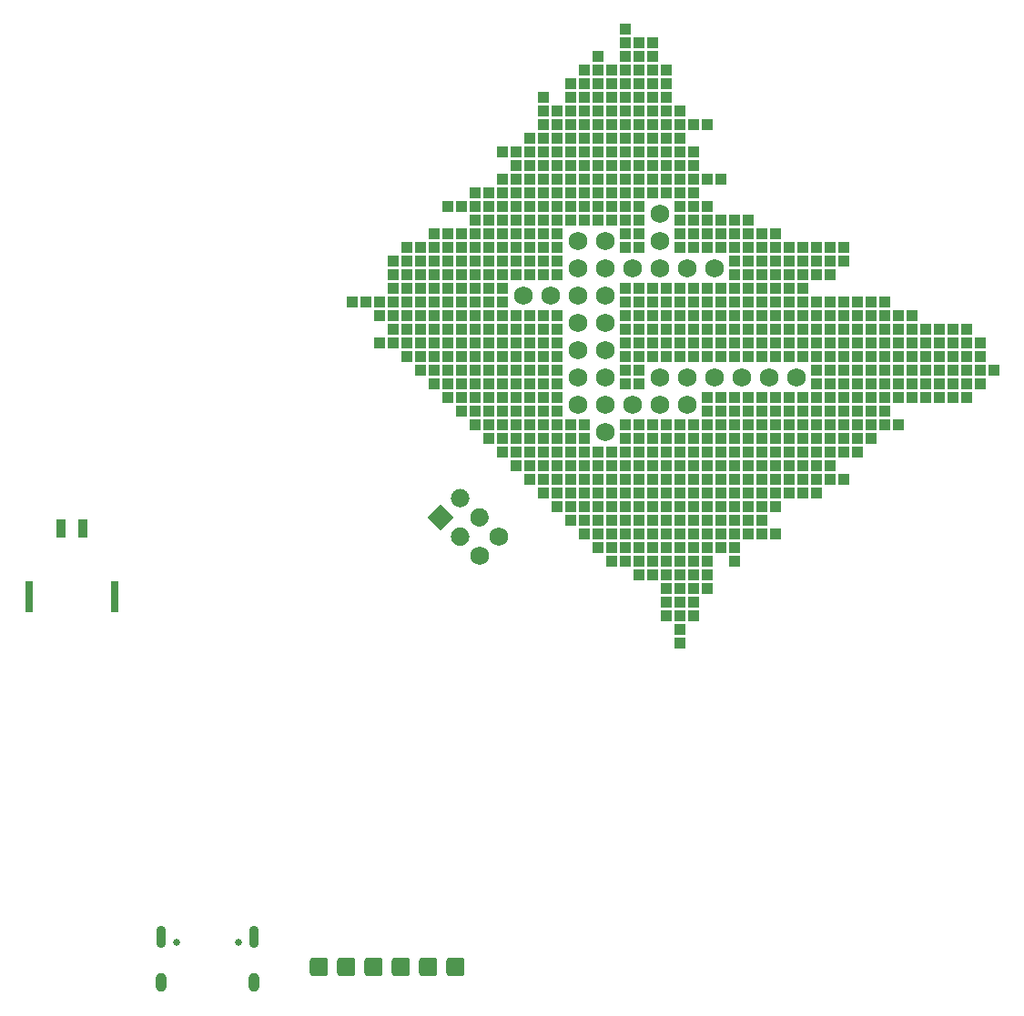
<source format=gbs>
G04 #@! TF.GenerationSoftware,KiCad,Pcbnew,(5.99.0-3349-g91c4a681c)*
G04 #@! TF.CreationDate,2020-09-20T22:46:24+02:00*
G04 #@! TF.ProjectId,badge,62616467-652e-46b6-9963-61645f706362,0.1*
G04 #@! TF.SameCoordinates,Original*
G04 #@! TF.FileFunction,Soldermask,Bot*
G04 #@! TF.FilePolarity,Negative*
%FSLAX46Y46*%
G04 Gerber Fmt 4.6, Leading zero omitted, Abs format (unit mm)*
G04 Created by KiCad (PCBNEW (5.99.0-3349-g91c4a681c)) date 2020-09-20 22:46:24*
%MOMM*%
%LPD*%
G01*
G04 APERTURE LIST*
%ADD10C,1.727200*%
%ADD11C,0.650000*%
%ADD12O,0.900000X2.100000*%
%ADD13O,1.000000X1.800000*%
%ADD14R,1.016000X1.016000*%
%ADD15R,0.800000X3.000000*%
%ADD16R,0.900000X1.700000*%
G04 APERTURE END LIST*
D10*
G04 #@! TO.C,REF\u002A\u002A*
X107620000Y-93650000D03*
G04 #@! TD*
G04 #@! TO.C,REF\u002A\u002A*
X122860000Y-91110000D03*
G04 #@! TD*
G04 #@! TO.C,REF\u002A\u002A*
X110160000Y-93650000D03*
G04 #@! TD*
G04 #@! TO.C,REF\u002A\u002A*
X105080000Y-80950000D03*
G04 #@! TD*
G04 #@! TO.C,REF\u002A\u002A*
X112700000Y-78410000D03*
G04 #@! TD*
G04 #@! TO.C,REF\u002A\u002A*
X107620000Y-91110000D03*
G04 #@! TD*
G04 #@! TO.C,REF\u002A\u002A*
X115240000Y-93650000D03*
G04 #@! TD*
G04 #@! TO.C,REF\u002A\u002A*
X107620000Y-88570000D03*
G04 #@! TD*
G04 #@! TO.C,REF\u002A\u002A*
X110160000Y-80950000D03*
G04 #@! TD*
G04 #@! TO.C,REF\u002A\u002A*
X105080000Y-91110000D03*
G04 #@! TD*
G04 #@! TO.C,REF\u002A\u002A*
X107620000Y-78410000D03*
G04 #@! TD*
G04 #@! TO.C,REF\u002A\u002A*
X105080000Y-93650000D03*
G04 #@! TD*
G04 #@! TO.C,REF\u002A\u002A*
X105080000Y-88570000D03*
G04 #@! TD*
G04 #@! TO.C,REF\u002A\u002A*
X107620000Y-96190000D03*
G04 #@! TD*
G04 #@! TO.C,REF\u002A\u002A*
X117780000Y-80950000D03*
G04 #@! TD*
G04 #@! TO.C,REF\u002A\u002A*
X107620000Y-83490000D03*
G04 #@! TD*
G04 #@! TO.C,REF\u002A\u002A*
X115240000Y-91110000D03*
G04 #@! TD*
G04 #@! TO.C,REF\u002A\u002A*
X105080000Y-83490000D03*
G04 #@! TD*
G04 #@! TO.C,REF\u002A\u002A*
X117780000Y-91110000D03*
G04 #@! TD*
G04 #@! TO.C,REF\u002A\u002A*
X105080000Y-78410000D03*
G04 #@! TD*
G04 #@! TO.C,REF\u002A\u002A*
X100000000Y-83490000D03*
G04 #@! TD*
G04 #@! TO.C,REF\u002A\u002A*
X107620000Y-80950000D03*
G04 #@! TD*
G04 #@! TO.C,REF\u002A\u002A*
X115240000Y-80950000D03*
G04 #@! TD*
G04 #@! TO.C,REF\u002A\u002A*
X112700000Y-80950000D03*
G04 #@! TD*
G04 #@! TO.C,REF\u002A\u002A*
X120320000Y-91110000D03*
G04 #@! TD*
G04 #@! TO.C,REF\u002A\u002A*
X112700000Y-93650000D03*
G04 #@! TD*
G04 #@! TO.C,REF\u002A\u002A*
X107620000Y-86030000D03*
G04 #@! TD*
G04 #@! TO.C,REF\u002A\u002A*
X112700000Y-75870000D03*
G04 #@! TD*
G04 #@! TO.C,REF\u002A\u002A*
X105080000Y-86030000D03*
G04 #@! TD*
G04 #@! TO.C,REF\u002A\u002A*
X112700000Y-91110000D03*
G04 #@! TD*
G04 #@! TO.C,REF\u002A\u002A*
X102540000Y-83490000D03*
G04 #@! TD*
G04 #@! TO.C,REF\u002A\u002A*
X125400000Y-91110000D03*
G04 #@! TD*
D11*
G04 #@! TO.C,J1*
X67760000Y-143740000D03*
X73540000Y-143740000D03*
D12*
X66330000Y-143240000D03*
D13*
X66330000Y-147420000D03*
D12*
X74970000Y-143240000D03*
D13*
X74970000Y-147420000D03*
G04 #@! TD*
G04 #@! TO.C,X1*
G36*
G01*
X94740916Y-101751835D02*
X94740916Y-101751835D01*
G75*
G02*
X94740916Y-102973149I-610657J-610657D01*
G01*
X94740916Y-102973149D01*
G75*
G02*
X93519602Y-102973149I-610657J610657D01*
G01*
X93519602Y-102973149D01*
G75*
G02*
X93519602Y-101751835I610657J610657D01*
G01*
X93519602Y-101751835D01*
G75*
G02*
X94740916Y-101751835I610657J-610657D01*
G01*
G37*
G36*
X92334207Y-102937228D02*
G01*
X93555522Y-104158543D01*
X92334207Y-105379858D01*
X91112892Y-104158543D01*
X92334207Y-102937228D01*
G37*
G36*
G01*
X96536967Y-103547886D02*
X96536967Y-103547886D01*
G75*
G02*
X96536967Y-104769200I-610657J-610657D01*
G01*
X96536967Y-104769200D01*
G75*
G02*
X95315653Y-104769200I-610657J610657D01*
G01*
X95315653Y-104769200D01*
G75*
G02*
X95315653Y-103547886I610657J610657D01*
G01*
X95315653Y-103547886D01*
G75*
G02*
X96536967Y-103547886I610657J-610657D01*
G01*
G37*
G36*
G01*
X94740916Y-105343937D02*
X94740916Y-105343937D01*
G75*
G02*
X94740916Y-106565251I-610657J-610657D01*
G01*
X94740916Y-106565251D01*
G75*
G02*
X93519602Y-106565251I-610657J610657D01*
G01*
X93519602Y-106565251D01*
G75*
G02*
X93519602Y-105343937I610657J610657D01*
G01*
X93519602Y-105343937D01*
G75*
G02*
X94740916Y-105343937I610657J-610657D01*
G01*
G37*
D10*
X97722361Y-105954594D03*
X95926310Y-107750645D03*
G04 #@! TD*
D14*
G04 #@! TO.C,REF\u002A\u002A*
X110795000Y-79045000D03*
G04 #@! TD*
G04 #@! TO.C,REF\u002A\u002A*
X103175000Y-99365000D03*
G04 #@! TD*
G04 #@! TO.C,REF\u002A\u002A*
X124765000Y-80315000D03*
G04 #@! TD*
G04 #@! TO.C,REF\u002A\u002A*
X120955000Y-104445000D03*
G04 #@! TD*
G04 #@! TO.C,REF\u002A\u002A*
X118415000Y-93015000D03*
G04 #@! TD*
G04 #@! TO.C,REF\u002A\u002A*
X112065000Y-59995000D03*
G04 #@! TD*
G04 #@! TO.C,REF\u002A\u002A*
X99365000Y-98095000D03*
G04 #@! TD*
G04 #@! TO.C,REF\u002A\u002A*
X106985000Y-61265000D03*
G04 #@! TD*
G04 #@! TO.C,REF\u002A\u002A*
X109525000Y-71425000D03*
G04 #@! TD*
G04 #@! TO.C,REF\u002A\u002A*
X101905000Y-77775000D03*
G04 #@! TD*
G04 #@! TO.C,REF\u002A\u002A*
X115875000Y-82855000D03*
G04 #@! TD*
G04 #@! TO.C,REF\u002A\u002A*
X136195000Y-91745000D03*
G04 #@! TD*
G04 #@! TO.C,REF\u002A\u002A*
X110795000Y-86665000D03*
G04 #@! TD*
G04 #@! TO.C,REF\u002A\u002A*
X109525000Y-91745000D03*
G04 #@! TD*
G04 #@! TO.C,REF\u002A\u002A*
X113335000Y-110795000D03*
G04 #@! TD*
G04 #@! TO.C,REF\u002A\u002A*
X122225000Y-85395000D03*
G04 #@! TD*
G04 #@! TO.C,REF\u002A\u002A*
X142545000Y-90475000D03*
G04 #@! TD*
G04 #@! TO.C,REF\u002A\u002A*
X118415000Y-79045000D03*
G04 #@! TD*
G04 #@! TO.C,REF\u002A\u002A*
X90475000Y-80315000D03*
G04 #@! TD*
G04 #@! TO.C,REF\u002A\u002A*
X128575000Y-95555000D03*
G04 #@! TD*
G04 #@! TO.C,REF\u002A\u002A*
X94285000Y-87935000D03*
G04 #@! TD*
G04 #@! TO.C,REF\u002A\u002A*
X95555000Y-93015000D03*
G04 #@! TD*
G04 #@! TO.C,REF\u002A\u002A*
X119685000Y-104445000D03*
G04 #@! TD*
G04 #@! TO.C,REF\u002A\u002A*
X114605000Y-77775000D03*
G04 #@! TD*
G04 #@! TO.C,J2*
G36*
G01*
X80405000Y-145150000D02*
X81595000Y-145150000D01*
G75*
G02*
X81850000Y-145405000I0J-255000D01*
G01*
X81850000Y-146595000D01*
G75*
G02*
X81595000Y-146850000I-255000J0D01*
G01*
X80405000Y-146850000D01*
G75*
G02*
X80150000Y-146595000I0J255000D01*
G01*
X80150000Y-145405000D01*
G75*
G02*
X80405000Y-145150000I255000J0D01*
G01*
G37*
G36*
G01*
X82945000Y-145150000D02*
X84135000Y-145150000D01*
G75*
G02*
X84390000Y-145405000I0J-255000D01*
G01*
X84390000Y-146595000D01*
G75*
G02*
X84135000Y-146850000I-255000J0D01*
G01*
X82945000Y-146850000D01*
G75*
G02*
X82690000Y-146595000I0J255000D01*
G01*
X82690000Y-145405000D01*
G75*
G02*
X82945000Y-145150000I255000J0D01*
G01*
G37*
G36*
G01*
X85485000Y-145150000D02*
X86675000Y-145150000D01*
G75*
G02*
X86930000Y-145405000I0J-255000D01*
G01*
X86930000Y-146595000D01*
G75*
G02*
X86675000Y-146850000I-255000J0D01*
G01*
X85485000Y-146850000D01*
G75*
G02*
X85230000Y-146595000I0J255000D01*
G01*
X85230000Y-145405000D01*
G75*
G02*
X85485000Y-145150000I255000J0D01*
G01*
G37*
G36*
G01*
X88025000Y-145150000D02*
X89215000Y-145150000D01*
G75*
G02*
X89470000Y-145405000I0J-255000D01*
G01*
X89470000Y-146595000D01*
G75*
G02*
X89215000Y-146850000I-255000J0D01*
G01*
X88025000Y-146850000D01*
G75*
G02*
X87770000Y-146595000I0J255000D01*
G01*
X87770000Y-145405000D01*
G75*
G02*
X88025000Y-145150000I255000J0D01*
G01*
G37*
G36*
G01*
X90565000Y-145150000D02*
X91755000Y-145150000D01*
G75*
G02*
X92010000Y-145405000I0J-255000D01*
G01*
X92010000Y-146595000D01*
G75*
G02*
X91755000Y-146850000I-255000J0D01*
G01*
X90565000Y-146850000D01*
G75*
G02*
X90310000Y-146595000I0J255000D01*
G01*
X90310000Y-145405000D01*
G75*
G02*
X90565000Y-145150000I255000J0D01*
G01*
G37*
G36*
G01*
X93105000Y-145150000D02*
X94295000Y-145150000D01*
G75*
G02*
X94550000Y-145405000I0J-255000D01*
G01*
X94550000Y-146595000D01*
G75*
G02*
X94295000Y-146850000I-255000J0D01*
G01*
X93105000Y-146850000D01*
G75*
G02*
X92850000Y-146595000I0J255000D01*
G01*
X92850000Y-145405000D01*
G75*
G02*
X93105000Y-145150000I255000J0D01*
G01*
G37*
G04 #@! TD*
G04 #@! TO.C,REF\u002A\u002A*
X120955000Y-87935000D03*
G04 #@! TD*
G04 #@! TO.C,REF\u002A\u002A*
X110795000Y-73965000D03*
G04 #@! TD*
G04 #@! TO.C,REF\u002A\u002A*
X99365000Y-79045000D03*
G04 #@! TD*
G04 #@! TO.C,REF\u002A\u002A*
X103175000Y-79045000D03*
G04 #@! TD*
G04 #@! TO.C,REF\u002A\u002A*
X112065000Y-61265000D03*
G04 #@! TD*
G04 #@! TO.C,REF\u002A\u002A*
X101905000Y-87935000D03*
G04 #@! TD*
G04 #@! TO.C,REF\u002A\u002A*
X95555000Y-90475000D03*
G04 #@! TD*
G04 #@! TO.C,REF\u002A\u002A*
X109525000Y-72695000D03*
G04 #@! TD*
G04 #@! TO.C,REF\u002A\u002A*
X109525000Y-63805000D03*
G04 #@! TD*
G04 #@! TO.C,REF\u002A\u002A*
X141275000Y-93015000D03*
G04 #@! TD*
G04 #@! TO.C,REF\u002A\u002A*
X110795000Y-106985000D03*
G04 #@! TD*
G04 #@! TO.C,REF\u002A\u002A*
X112065000Y-84125000D03*
G04 #@! TD*
G04 #@! TO.C,REF\u002A\u002A*
X95555000Y-85395000D03*
G04 #@! TD*
G04 #@! TO.C,REF\u002A\u002A*
X89205000Y-81585000D03*
G04 #@! TD*
G04 #@! TO.C,REF\u002A\u002A*
X117145000Y-110795000D03*
G04 #@! TD*
G04 #@! TO.C,REF\u002A\u002A*
X96825000Y-82855000D03*
G04 #@! TD*
G04 #@! TO.C,REF\u002A\u002A*
X103175000Y-68885000D03*
G04 #@! TD*
G04 #@! TO.C,REF\u002A\u002A*
X109525000Y-85395000D03*
G04 #@! TD*
G04 #@! TO.C,REF\u002A\u002A*
X122225000Y-95555000D03*
G04 #@! TD*
G04 #@! TO.C,REF\u002A\u002A*
X94285000Y-81585000D03*
G04 #@! TD*
G04 #@! TO.C,REF\u002A\u002A*
X113335000Y-95555000D03*
G04 #@! TD*
G04 #@! TO.C,REF\u002A\u002A*
X118415000Y-72695000D03*
G04 #@! TD*
G04 #@! TO.C,REF\u002A\u002A*
X104445000Y-72695000D03*
G04 #@! TD*
G04 #@! TO.C,REF\u002A\u002A*
X115875000Y-85395000D03*
G04 #@! TD*
G04 #@! TO.C,REF\u002A\u002A*
X105715000Y-72695000D03*
G04 #@! TD*
G04 #@! TO.C,REF\u002A\u002A*
X127305000Y-89205000D03*
G04 #@! TD*
G04 #@! TO.C,REF\u002A\u002A*
X90475000Y-81585000D03*
G04 #@! TD*
G04 #@! TO.C,REF\u002A\u002A*
X101905000Y-99365000D03*
G04 #@! TD*
G04 #@! TO.C,REF\u002A\u002A*
X113335000Y-73965000D03*
G04 #@! TD*
G04 #@! TO.C,REF\u002A\u002A*
X95555000Y-81585000D03*
G04 #@! TD*
G04 #@! TO.C,REF\u002A\u002A*
X131115000Y-89205000D03*
G04 #@! TD*
G04 #@! TO.C,REF\u002A\u002A*
X98095000Y-75235000D03*
G04 #@! TD*
G04 #@! TO.C,REF\u002A\u002A*
X103175000Y-89205000D03*
G04 #@! TD*
G04 #@! TO.C,REF\u002A\u002A*
X94285000Y-77775000D03*
G04 #@! TD*
G04 #@! TO.C,REF\u002A\u002A*
X131115000Y-86665000D03*
G04 #@! TD*
G04 #@! TO.C,REF\u002A\u002A*
X120955000Y-89205000D03*
G04 #@! TD*
G04 #@! TO.C,REF\u002A\u002A*
X127305000Y-96825000D03*
G04 #@! TD*
G04 #@! TO.C,REF\u002A\u002A*
X131115000Y-87935000D03*
G04 #@! TD*
G04 #@! TO.C,REF\u002A\u002A*
X103175000Y-72695000D03*
G04 #@! TD*
G04 #@! TO.C,REF\u002A\u002A*
X138735000Y-90475000D03*
G04 #@! TD*
G04 #@! TO.C,REF\u002A\u002A*
X113335000Y-96825000D03*
G04 #@! TD*
G04 #@! TO.C,REF\u002A\u002A*
X140005000Y-90475000D03*
G04 #@! TD*
G04 #@! TO.C,REF\u002A\u002A*
X115875000Y-77775000D03*
G04 #@! TD*
G04 #@! TO.C,REF\u002A\u002A*
X90475000Y-89205000D03*
G04 #@! TD*
G04 #@! TO.C,REF\u002A\u002A*
X115875000Y-106985000D03*
G04 #@! TD*
G04 #@! TO.C,REF\u002A\u002A*
X103175000Y-103175000D03*
G04 #@! TD*
G04 #@! TO.C,REF\u002A\u002A*
X93015000Y-82855000D03*
G04 #@! TD*
G04 #@! TO.C,REF\u002A\u002A*
X124765000Y-100635000D03*
G04 #@! TD*
G04 #@! TO.C,REF\u002A\u002A*
X93015000Y-90475000D03*
G04 #@! TD*
G04 #@! TO.C,REF\u002A\u002A*
X110795000Y-109525000D03*
G04 #@! TD*
G04 #@! TO.C,REF\u002A\u002A*
X94285000Y-90475000D03*
G04 #@! TD*
G04 #@! TO.C,REF\u002A\u002A*
X132385000Y-94285000D03*
G04 #@! TD*
G04 #@! TO.C,REF\u002A\u002A*
X96825000Y-91745000D03*
G04 #@! TD*
G04 #@! TO.C,REF\u002A\u002A*
X120955000Y-76505000D03*
G04 #@! TD*
G04 #@! TO.C,REF\u002A\u002A*
X115875000Y-112065000D03*
G04 #@! TD*
G04 #@! TO.C,REF\u002A\u002A*
X128575000Y-80315000D03*
G04 #@! TD*
G04 #@! TO.C,REF\u002A\u002A*
X109525000Y-87935000D03*
G04 #@! TD*
G04 #@! TO.C,REF\u002A\u002A*
X101905000Y-86665000D03*
G04 #@! TD*
G04 #@! TO.C,REF\u002A\u002A*
X99365000Y-90475000D03*
G04 #@! TD*
G04 #@! TO.C,REF\u002A\u002A*
X115875000Y-101905000D03*
G04 #@! TD*
G04 #@! TO.C,REF\u002A\u002A*
X128575000Y-93015000D03*
G04 #@! TD*
G04 #@! TO.C,REF\u002A\u002A*
X98095000Y-94285000D03*
G04 #@! TD*
G04 #@! TO.C,REF\u002A\u002A*
X113335000Y-99365000D03*
G04 #@! TD*
G04 #@! TO.C,REF\u002A\u002A*
X127305000Y-95555000D03*
G04 #@! TD*
G04 #@! TO.C,REF\u002A\u002A*
X132385000Y-89205000D03*
G04 #@! TD*
G04 #@! TO.C,REF\u002A\u002A*
X109525000Y-99365000D03*
G04 #@! TD*
G04 #@! TO.C,REF\u002A\u002A*
X96825000Y-81585000D03*
G04 #@! TD*
G04 #@! TO.C,REF\u002A\u002A*
X89205000Y-82855000D03*
G04 #@! TD*
G04 #@! TO.C,REF\u002A\u002A*
X120955000Y-105715000D03*
G04 #@! TD*
G04 #@! TO.C,REF\u002A\u002A*
X96825000Y-80315000D03*
G04 #@! TD*
G04 #@! TO.C,REF\u002A\u002A*
X124765000Y-87935000D03*
G04 #@! TD*
G04 #@! TO.C,REF\u002A\u002A*
X134925000Y-86665000D03*
G04 #@! TD*
G04 #@! TO.C,REF\u002A\u002A*
X101905000Y-100635000D03*
G04 #@! TD*
G04 #@! TO.C,REF\u002A\u002A*
X119685000Y-95555000D03*
G04 #@! TD*
G04 #@! TO.C,REF\u002A\u002A*
X99365000Y-95555000D03*
G04 #@! TD*
G04 #@! TO.C,REF\u002A\u002A*
X123495000Y-94285000D03*
G04 #@! TD*
G04 #@! TO.C,REF\u002A\u002A*
X105715000Y-76505000D03*
G04 #@! TD*
G04 #@! TO.C,REF\u002A\u002A*
X123495000Y-80315000D03*
G04 #@! TD*
G04 #@! TO.C,REF\u002A\u002A*
X100635000Y-95555000D03*
G04 #@! TD*
G04 #@! TO.C,REF\u002A\u002A*
X124765000Y-89205000D03*
G04 #@! TD*
G04 #@! TO.C,REF\u002A\u002A*
X109525000Y-105715000D03*
G04 #@! TD*
G04 #@! TO.C,REF\u002A\u002A*
X112065000Y-66345000D03*
G04 #@! TD*
G04 #@! TO.C,REF\u002A\u002A*
X87935000Y-84125000D03*
G04 #@! TD*
G04 #@! TO.C,REF\u002A\u002A*
X122225000Y-89205000D03*
G04 #@! TD*
G04 #@! TO.C,REF\u002A\u002A*
X126035000Y-95555000D03*
G04 #@! TD*
G04 #@! TO.C,REF\u002A\u002A*
X93015000Y-77775000D03*
G04 #@! TD*
G04 #@! TO.C,REF\u002A\u002A*
X138735000Y-87935000D03*
G04 #@! TD*
G04 #@! TO.C,REF\u002A\u002A*
X105715000Y-63805000D03*
G04 #@! TD*
G04 #@! TO.C,REF\u002A\u002A*
X98095000Y-70155000D03*
G04 #@! TD*
G04 #@! TO.C,REF\u002A\u002A*
X109525000Y-82855000D03*
G04 #@! TD*
G04 #@! TO.C,REF\u002A\u002A*
X101905000Y-76505000D03*
G04 #@! TD*
G04 #@! TO.C,REF\u002A\u002A*
X119685000Y-94285000D03*
G04 #@! TD*
G04 #@! TO.C,REF\u002A\u002A*
X114605000Y-104445000D03*
G04 #@! TD*
G04 #@! TO.C,REF\u002A\u002A*
X128575000Y-90475000D03*
G04 #@! TD*
G04 #@! TO.C,REF\u002A\u002A*
X99365000Y-93015000D03*
G04 #@! TD*
G04 #@! TO.C,REF\u002A\u002A*
X115875000Y-109525000D03*
G04 #@! TD*
G04 #@! TO.C,REF\u002A\u002A*
X131115000Y-93015000D03*
G04 #@! TD*
G04 #@! TO.C,REF\u002A\u002A*
X109525000Y-75235000D03*
G04 #@! TD*
G04 #@! TO.C,REF\u002A\u002A*
X103175000Y-93015000D03*
G04 #@! TD*
G04 #@! TO.C,REF\u002A\u002A*
X93015000Y-87935000D03*
G04 #@! TD*
G04 #@! TO.C,REF\u002A\u002A*
X124765000Y-101905000D03*
G04 #@! TD*
G04 #@! TO.C,REF\u002A\u002A*
X133655000Y-91745000D03*
G04 #@! TD*
G04 #@! TO.C,REF\u002A\u002A*
X122225000Y-104445000D03*
G04 #@! TD*
G04 #@! TO.C,REF\u002A\u002A*
X117145000Y-89205000D03*
G04 #@! TD*
G04 #@! TO.C,REF\u002A\u002A*
X94285000Y-75235000D03*
G04 #@! TD*
G04 #@! TO.C,REF\u002A\u002A*
X105715000Y-62535000D03*
G04 #@! TD*
G04 #@! TO.C,REF\u002A\u002A*
X117145000Y-86665000D03*
G04 #@! TD*
G04 #@! TO.C,REF\u002A\u002A*
X136195000Y-86665000D03*
G04 #@! TD*
G04 #@! TO.C,REF\u002A\u002A*
X109525000Y-76505000D03*
G04 #@! TD*
G04 #@! TO.C,REF\u002A\u002A*
X110795000Y-101905000D03*
G04 #@! TD*
G04 #@! TO.C,REF\u002A\u002A*
X117145000Y-95555000D03*
G04 #@! TD*
G04 #@! TO.C,REF\u002A\u002A*
X128575000Y-94285000D03*
G04 #@! TD*
G04 #@! TO.C,REF\u002A\u002A*
X94285000Y-85395000D03*
G04 #@! TD*
G04 #@! TO.C,REF\u002A\u002A*
X119685000Y-79045000D03*
G04 #@! TD*
G04 #@! TO.C,REF\u002A\u002A*
X129845000Y-85395000D03*
G04 #@! TD*
G04 #@! TO.C,REF\u002A\u002A*
X115875000Y-104445000D03*
G04 #@! TD*
G04 #@! TO.C,REF\u002A\u002A*
X87935000Y-87935000D03*
G04 #@! TD*
G04 #@! TO.C,REF\u002A\u002A*
X114605000Y-110795000D03*
G04 #@! TD*
G04 #@! TO.C,REF\u002A\u002A*
X90475000Y-85395000D03*
G04 #@! TD*
G04 #@! TO.C,REF\u002A\u002A*
X109525000Y-86665000D03*
G04 #@! TD*
G04 #@! TO.C,REF\u002A\u002A*
X103175000Y-100635000D03*
G04 #@! TD*
G04 #@! TO.C,REF\u002A\u002A*
X108255000Y-70155000D03*
G04 #@! TD*
G04 #@! TO.C,REF\u002A\u002A*
X103175000Y-86665000D03*
G04 #@! TD*
G04 #@! TO.C,REF\u002A\u002A*
X101905000Y-98095000D03*
G04 #@! TD*
G04 #@! TO.C,REF\u002A\u002A*
X96825000Y-75235000D03*
G04 #@! TD*
G04 #@! TO.C,REF\u002A\u002A*
X129845000Y-94285000D03*
G04 #@! TD*
G04 #@! TO.C,REF\u002A\u002A*
X108255000Y-99365000D03*
G04 #@! TD*
G04 #@! TO.C,REF\u002A\u002A*
X93015000Y-79045000D03*
G04 #@! TD*
G04 #@! TO.C,REF\u002A\u002A*
X118415000Y-85395000D03*
G04 #@! TD*
G04 #@! TO.C,REF\u002A\u002A*
X120955000Y-101905000D03*
G04 #@! TD*
G04 #@! TO.C,REF\u002A\u002A*
X112065000Y-85395000D03*
G04 #@! TD*
G04 #@! TO.C,REF\u002A\u002A*
X126035000Y-87935000D03*
G04 #@! TD*
G04 #@! TO.C,REF\u002A\u002A*
X112065000Y-67615000D03*
G04 #@! TD*
G04 #@! TO.C,REF\u002A\u002A*
X128575000Y-98095000D03*
G04 #@! TD*
G04 #@! TO.C,REF\u002A\u002A*
X113335000Y-68885000D03*
G04 #@! TD*
G04 #@! TO.C,REF\u002A\u002A*
X133655000Y-85395000D03*
G04 #@! TD*
G04 #@! TO.C,REF\u002A\u002A*
X104445000Y-73965000D03*
G04 #@! TD*
G04 #@! TO.C,REF\u002A\u002A*
X134925000Y-90475000D03*
G04 #@! TD*
G04 #@! TO.C,REF\u002A\u002A*
X119685000Y-76505000D03*
G04 #@! TD*
G04 #@! TO.C,REF\u002A\u002A*
X127305000Y-100635000D03*
G04 #@! TD*
G04 #@! TO.C,REF\u002A\u002A*
X127305000Y-98095000D03*
G04 #@! TD*
G04 #@! TO.C,REF\u002A\u002A*
X123495000Y-82855000D03*
G04 #@! TD*
G04 #@! TO.C,REF\u002A\u002A*
X141275000Y-91745000D03*
G04 #@! TD*
G04 #@! TO.C,REF\u002A\u002A*
X109525000Y-101905000D03*
G04 #@! TD*
G04 #@! TO.C,REF\u002A\u002A*
X98095000Y-72695000D03*
G04 #@! TD*
G04 #@! TO.C,REF\u002A\u002A*
X115875000Y-70155000D03*
G04 #@! TD*
G04 #@! TO.C,REF\u002A\u002A*
X128575000Y-84125000D03*
G04 #@! TD*
G04 #@! TO.C,REF\u002A\u002A*
X103175000Y-101905000D03*
G04 #@! TD*
G04 #@! TO.C,REF\u002A\u002A*
X115875000Y-95555000D03*
G04 #@! TD*
G04 #@! TO.C,REF\u002A\u002A*
X120955000Y-82855000D03*
G04 #@! TD*
G04 #@! TO.C,REF\u002A\u002A*
X109525000Y-66345000D03*
G04 #@! TD*
G04 #@! TO.C,REF\u002A\u002A*
X122225000Y-77775000D03*
G04 #@! TD*
G04 #@! TO.C,REF\u002A\u002A*
X98095000Y-85395000D03*
G04 #@! TD*
G04 #@! TO.C,REF\u002A\u002A*
X124765000Y-93015000D03*
G04 #@! TD*
G04 #@! TO.C,REF\u002A\u002A*
X115875000Y-67615000D03*
G04 #@! TD*
G04 #@! TO.C,REF\u002A\u002A*
X123495000Y-100635000D03*
G04 #@! TD*
G04 #@! TO.C,REF\u002A\u002A*
X100635000Y-96825000D03*
G04 #@! TD*
G04 #@! TO.C,REF\u002A\u002A*
X118415000Y-95555000D03*
G04 #@! TD*
G04 #@! TO.C,REF\u002A\u002A*
X104445000Y-96825000D03*
G04 #@! TD*
G04 #@! TO.C,REF\u002A\u002A*
X123495000Y-77775000D03*
G04 #@! TD*
G04 #@! TO.C,REF\u002A\u002A*
X124765000Y-99365000D03*
G04 #@! TD*
G04 #@! TO.C,REF\u002A\u002A*
X117145000Y-72695000D03*
G04 #@! TD*
G04 #@! TO.C,REF\u002A\u002A*
X99365000Y-70155000D03*
G04 #@! TD*
G04 #@! TO.C,REF\u002A\u002A*
X118415000Y-89205000D03*
G04 #@! TD*
G04 #@! TO.C,REF\u002A\u002A*
X118415000Y-98095000D03*
G04 #@! TD*
G04 #@! TO.C,REF\u002A\u002A*
X98095000Y-86665000D03*
G04 #@! TD*
G04 #@! TO.C,REF\u002A\u002A*
X127305000Y-87935000D03*
G04 #@! TD*
G04 #@! TO.C,REF\u002A\u002A*
X95555000Y-95555000D03*
G04 #@! TD*
G04 #@! TO.C,REF\u002A\u002A*
X117145000Y-98095000D03*
G04 #@! TD*
G04 #@! TO.C,REF\u002A\u002A*
X141275000Y-89205000D03*
G04 #@! TD*
G04 #@! TO.C,REF\u002A\u002A*
X114605000Y-68885000D03*
G04 #@! TD*
G04 #@! TO.C,REF\u002A\u002A*
X136195000Y-90475000D03*
G04 #@! TD*
G04 #@! TO.C,REF\u002A\u002A*
X117145000Y-101905000D03*
G04 #@! TD*
G04 #@! TO.C,REF\u002A\u002A*
X106985000Y-103175000D03*
G04 #@! TD*
G04 #@! TO.C,REF\u002A\u002A*
X138735000Y-89205000D03*
G04 #@! TD*
G04 #@! TO.C,REF\u002A\u002A*
X106985000Y-100635000D03*
G04 #@! TD*
G04 #@! TO.C,REF\u002A\u002A*
X115875000Y-100635000D03*
G04 #@! TD*
G04 #@! TO.C,REF\u002A\u002A*
X105715000Y-96825000D03*
G04 #@! TD*
G04 #@! TO.C,REF\u002A\u002A*
X109525000Y-104445000D03*
G04 #@! TD*
G04 #@! TO.C,REF\u002A\u002A*
X98095000Y-77775000D03*
G04 #@! TD*
G04 #@! TO.C,REF\u002A\u002A*
X101905000Y-65075000D03*
G04 #@! TD*
G04 #@! TO.C,REF\u002A\u002A*
X114605000Y-114605000D03*
G04 #@! TD*
G04 #@! TO.C,REF\u002A\u002A*
X114605000Y-72695000D03*
G04 #@! TD*
G04 #@! TO.C,REF\u002A\u002A*
X105715000Y-95555000D03*
G04 #@! TD*
G04 #@! TO.C,REF\u002A\u002A*
X127305000Y-84125000D03*
G04 #@! TD*
G04 #@! TO.C,REF\u002A\u002A*
X122225000Y-99365000D03*
G04 #@! TD*
G04 #@! TO.C,REF\u002A\u002A*
X94285000Y-84125000D03*
G04 #@! TD*
G04 #@! TO.C,REF\u002A\u002A*
X117145000Y-93015000D03*
G04 #@! TD*
G04 #@! TO.C,REF\u002A\u002A*
X110795000Y-68885000D03*
G04 #@! TD*
G04 #@! TO.C,REF\u002A\u002A*
X99365000Y-71425000D03*
G04 #@! TD*
G04 #@! TO.C,REF\u002A\u002A*
X100635000Y-91745000D03*
G04 #@! TD*
G04 #@! TO.C,REF\u002A\u002A*
X134925000Y-89205000D03*
G04 #@! TD*
G04 #@! TO.C,REF\u002A\u002A*
X96825000Y-93015000D03*
G04 #@! TD*
G04 #@! TO.C,REF\u002A\u002A*
X114605000Y-109525000D03*
G04 #@! TD*
G04 #@! TO.C,REF\u002A\u002A*
X105715000Y-75235000D03*
G04 #@! TD*
G04 #@! TO.C,REF\u002A\u002A*
X122225000Y-103175000D03*
G04 #@! TD*
G04 #@! TO.C,REF\u002A\u002A*
X96825000Y-85395000D03*
G04 #@! TD*
G04 #@! TO.C,REF\u002A\u002A*
X114605000Y-101905000D03*
G04 #@! TD*
G04 #@! TO.C,REF\u002A\u002A*
X103175000Y-95555000D03*
G04 #@! TD*
G04 #@! TO.C,REF\u002A\u002A*
X103175000Y-96825000D03*
G04 #@! TD*
G04 #@! TO.C,REF\u002A\u002A*
X100635000Y-98095000D03*
G04 #@! TD*
G04 #@! TO.C,REF\u002A\u002A*
X110795000Y-84125000D03*
G04 #@! TD*
G04 #@! TO.C,REF\u002A\u002A*
X101905000Y-75235000D03*
G04 #@! TD*
G04 #@! TO.C,REF\u002A\u002A*
X108255000Y-103175000D03*
G04 #@! TD*
G04 #@! TO.C,REF\u002A\u002A*
X127305000Y-79045000D03*
G04 #@! TD*
G04 #@! TO.C,REF\u002A\u002A*
X120955000Y-81585000D03*
G04 #@! TD*
G04 #@! TO.C,REF\u002A\u002A*
X118415000Y-84125000D03*
G04 #@! TD*
G04 #@! TO.C,REF\u002A\u002A*
X117145000Y-85395000D03*
G04 #@! TD*
G04 #@! TO.C,REF\u002A\u002A*
X126035000Y-93015000D03*
G04 #@! TD*
G04 #@! TO.C,REF\u002A\u002A*
X110795000Y-77775000D03*
G04 #@! TD*
G04 #@! TO.C,REF\u002A\u002A*
X103175000Y-70155000D03*
G04 #@! TD*
G04 #@! TO.C,REF\u002A\u002A*
X110795000Y-59995000D03*
G04 #@! TD*
G04 #@! TO.C,REF\u002A\u002A*
X119685000Y-85395000D03*
G04 #@! TD*
G04 #@! TO.C,REF\u002A\u002A*
X109525000Y-62535000D03*
G04 #@! TD*
G04 #@! TO.C,REF\u002A\u002A*
X123495000Y-93015000D03*
G04 #@! TD*
G04 #@! TO.C,REF\u002A\u002A*
X95555000Y-79045000D03*
G04 #@! TD*
G04 #@! TO.C,REF\u002A\u002A*
X129845000Y-89205000D03*
G04 #@! TD*
G04 #@! TO.C,REF\u002A\u002A*
X119685000Y-80315000D03*
G04 #@! TD*
G04 #@! TO.C,REF\u002A\u002A*
X117145000Y-106985000D03*
G04 #@! TD*
G04 #@! TO.C,REF\u002A\u002A*
X114605000Y-106985000D03*
G04 #@! TD*
G04 #@! TO.C,REF\u002A\u002A*
X106985000Y-65075000D03*
G04 #@! TD*
G04 #@! TO.C,REF\u002A\u002A*
X110795000Y-87935000D03*
G04 #@! TD*
G04 #@! TO.C,REF\u002A\u002A*
X98095000Y-76505000D03*
G04 #@! TD*
G04 #@! TO.C,REF\u002A\u002A*
X110795000Y-82855000D03*
G04 #@! TD*
G04 #@! TO.C,REF\u002A\u002A*
X101905000Y-73965000D03*
G04 #@! TD*
G04 #@! TO.C,REF\u002A\u002A*
X114605000Y-73965000D03*
G04 #@! TD*
G04 #@! TO.C,REF\u002A\u002A*
X96825000Y-86665000D03*
G04 #@! TD*
G04 #@! TO.C,REF\u002A\u002A*
X103175000Y-85395000D03*
G04 #@! TD*
G04 #@! TO.C,REF\u002A\u002A*
X109525000Y-77775000D03*
G04 #@! TD*
G04 #@! TO.C,REF\u002A\u002A*
X129845000Y-80315000D03*
G04 #@! TD*
G04 #@! TO.C,REF\u002A\u002A*
X106985000Y-75235000D03*
G04 #@! TD*
G04 #@! TO.C,REF\u002A\u002A*
X105715000Y-67615000D03*
G04 #@! TD*
G04 #@! TO.C,REF\u002A\u002A*
X110795000Y-66345000D03*
G04 #@! TD*
G04 #@! TO.C,REF\u002A\u002A*
X95555000Y-82855000D03*
G04 #@! TD*
G04 #@! TO.C,REF\u002A\u002A*
X98095000Y-80315000D03*
G04 #@! TD*
G04 #@! TO.C,REF\u002A\u002A*
X105715000Y-100635000D03*
G04 #@! TD*
G04 #@! TO.C,REF\u002A\u002A*
X134925000Y-85395000D03*
G04 #@! TD*
G04 #@! TO.C,REF\u002A\u002A*
X114605000Y-75235000D03*
G04 #@! TD*
G04 #@! TO.C,REF\u002A\u002A*
X118415000Y-86665000D03*
G04 #@! TD*
G04 #@! TO.C,REF\u002A\u002A*
X104445000Y-99365000D03*
G04 #@! TD*
G04 #@! TO.C,REF\u002A\u002A*
X120955000Y-103175000D03*
G04 #@! TD*
G04 #@! TO.C,REF\u002A\u002A*
X113335000Y-103175000D03*
G04 #@! TD*
G04 #@! TO.C,REF\u002A\u002A*
X95555000Y-76505000D03*
G04 #@! TD*
G04 #@! TO.C,REF\u002A\u002A*
X98095000Y-84125000D03*
G04 #@! TD*
G04 #@! TO.C,REF\u002A\u002A*
X119685000Y-77775000D03*
G04 #@! TD*
G04 #@! TO.C,REF\u002A\u002A*
X128575000Y-99365000D03*
G04 #@! TD*
G04 #@! TO.C,REF\u002A\u002A*
X100635000Y-90475000D03*
G04 #@! TD*
G04 #@! TO.C,REF\u002A\u002A*
X114605000Y-95555000D03*
G04 #@! TD*
G04 #@! TO.C,REF\u002A\u002A*
X129845000Y-79045000D03*
G04 #@! TD*
G04 #@! TO.C,REF\u002A\u002A*
X108255000Y-106985000D03*
G04 #@! TD*
G04 #@! TO.C,REF\u002A\u002A*
X99365000Y-81585000D03*
G04 #@! TD*
G04 #@! TO.C,REF\u002A\u002A*
X104445000Y-70155000D03*
G04 #@! TD*
G04 #@! TO.C,REF\u002A\u002A*
X129845000Y-95555000D03*
G04 #@! TD*
G04 #@! TO.C,REF\u002A\u002A*
X91745000Y-77775000D03*
G04 #@! TD*
G04 #@! TO.C,REF\u002A\u002A*
X124765000Y-79045000D03*
G04 #@! TD*
G04 #@! TO.C,REF\u002A\u002A*
X114605000Y-113335000D03*
G04 #@! TD*
G04 #@! TO.C,REF\u002A\u002A*
X118415000Y-87935000D03*
G04 #@! TD*
G04 #@! TO.C,REF\u002A\u002A*
X112065000Y-106985000D03*
G04 #@! TD*
G04 #@! TO.C,REF\u002A\u002A*
X109525000Y-68885000D03*
G04 #@! TD*
G04 #@! TO.C,REF\u002A\u002A*
X99365000Y-86665000D03*
G04 #@! TD*
G04 #@! TO.C,REF\u002A\u002A*
X126035000Y-98095000D03*
G04 #@! TD*
G04 #@! TO.C,REF\u002A\u002A*
X112065000Y-82855000D03*
G04 #@! TD*
G04 #@! TO.C,REF\u002A\u002A*
X129845000Y-91745000D03*
G04 #@! TD*
G04 #@! TO.C,REF\u002A\u002A*
X120955000Y-85395000D03*
G04 #@! TD*
G04 #@! TO.C,REF\u002A\u002A*
X110795000Y-70155000D03*
G04 #@! TD*
G04 #@! TO.C,REF\u002A\u002A*
X141275000Y-87935000D03*
G04 #@! TD*
G04 #@! TO.C,REF\u002A\u002A*
X117145000Y-79045000D03*
G04 #@! TD*
G04 #@! TO.C,REF\u002A\u002A*
X96825000Y-79045000D03*
G04 #@! TD*
G04 #@! TO.C,REF\u002A\u002A*
X126035000Y-79045000D03*
G04 #@! TD*
G04 #@! TO.C,REF\u002A\u002A*
X91745000Y-85395000D03*
G04 #@! TD*
G04 #@! TO.C,REF\u002A\u002A*
X119685000Y-103175000D03*
G04 #@! TD*
G04 #@! TO.C,REF\u002A\u002A*
X119685000Y-89205000D03*
G04 #@! TD*
G04 #@! TO.C,REF\u002A\u002A*
X104445000Y-65075000D03*
G04 #@! TD*
G04 #@! TO.C,REF\u002A\u002A*
X124765000Y-96825000D03*
G04 #@! TD*
G04 #@! TO.C,REF\u002A\u002A*
X119685000Y-84125000D03*
G04 #@! TD*
G04 #@! TO.C,REF\u002A\u002A*
X103175000Y-94285000D03*
G04 #@! TD*
G04 #@! TO.C,REF\u002A\u002A*
X133655000Y-86665000D03*
G04 #@! TD*
G04 #@! TO.C,REF\u002A\u002A*
X110795000Y-75235000D03*
G04 #@! TD*
G04 #@! TO.C,REF\u002A\u002A*
X120955000Y-80315000D03*
G04 #@! TD*
G04 #@! TO.C,REF\u002A\u002A*
X101905000Y-71425000D03*
G04 #@! TD*
G04 #@! TO.C,REF\u002A\u002A*
X117145000Y-94285000D03*
G04 #@! TD*
G04 #@! TO.C,REF\u002A\u002A*
X134925000Y-87935000D03*
G04 #@! TD*
G04 #@! TO.C,REF\u002A\u002A*
X109525000Y-67615000D03*
G04 #@! TD*
G04 #@! TO.C,REF\u002A\u002A*
X137465000Y-90475000D03*
G04 #@! TD*
G04 #@! TO.C,REF\u002A\u002A*
X122225000Y-84125000D03*
G04 #@! TD*
G04 #@! TO.C,REF\u002A\u002A*
X103175000Y-90475000D03*
G04 #@! TD*
G04 #@! TO.C,REF\u002A\u002A*
X90475000Y-90475000D03*
G04 #@! TD*
G04 #@! TO.C,REF\u002A\u002A*
X93015000Y-93015000D03*
G04 #@! TD*
G04 #@! TO.C,REF\u002A\u002A*
X90475000Y-86665000D03*
G04 #@! TD*
G04 #@! TO.C,REF\u002A\u002A*
X122225000Y-81585000D03*
G04 #@! TD*
G04 #@! TO.C,REF\u002A\u002A*
X99365000Y-89205000D03*
G04 #@! TD*
G04 #@! TO.C,REF\u002A\u002A*
X110795000Y-76505000D03*
G04 #@! TD*
G04 #@! TO.C,REF\u002A\u002A*
X123495000Y-84125000D03*
G04 #@! TD*
G04 #@! TO.C,REF\u002A\u002A*
X100635000Y-94285000D03*
G04 #@! TD*
G04 #@! TO.C,REF\u002A\u002A*
X112065000Y-101905000D03*
G04 #@! TD*
G04 #@! TO.C,REF\u002A\u002A*
X123495000Y-89205000D03*
G04 #@! TD*
G04 #@! TO.C,REF\u002A\u002A*
X126035000Y-99365000D03*
G04 #@! TD*
G04 #@! TO.C,REF\u002A\u002A*
X127305000Y-101905000D03*
G04 #@! TD*
G04 #@! TO.C,REF\u002A\u002A*
X118415000Y-103175000D03*
G04 #@! TD*
G04 #@! TO.C,REF\u002A\u002A*
X140005000Y-86665000D03*
G04 #@! TD*
G04 #@! TO.C,REF\u002A\u002A*
X126035000Y-94285000D03*
G04 #@! TD*
G04 #@! TO.C,REF\u002A\u002A*
X115875000Y-76505000D03*
G04 #@! TD*
G04 #@! TO.C,REF\u002A\u002A*
X126035000Y-82855000D03*
G04 #@! TD*
G04 #@! TO.C,REF\u002A\u002A*
X89205000Y-85395000D03*
G04 #@! TD*
G04 #@! TO.C,REF\u002A\u002A*
X100635000Y-93015000D03*
G04 #@! TD*
G04 #@! TO.C,REF\u002A\u002A*
X105715000Y-73965000D03*
G04 #@! TD*
G04 #@! TO.C,REF\u002A\u002A*
X104445000Y-95555000D03*
G04 #@! TD*
G04 #@! TO.C,REF\u002A\u002A*
X131115000Y-84125000D03*
G04 #@! TD*
G04 #@! TO.C,REF\u002A\u002A*
X108255000Y-66345000D03*
G04 #@! TD*
G04 #@! TO.C,REF\u002A\u002A*
X100635000Y-76505000D03*
G04 #@! TD*
G04 #@! TO.C,REF\u002A\u002A*
X105715000Y-66345000D03*
G04 #@! TD*
G04 #@! TO.C,REF\u002A\u002A*
X123495000Y-95555000D03*
G04 #@! TD*
G04 #@! TO.C,REF\u002A\u002A*
X119685000Y-108255000D03*
G04 #@! TD*
G04 #@! TO.C,REF\u002A\u002A*
X129845000Y-93015000D03*
G04 #@! TD*
G04 #@! TO.C,REF\u002A\u002A*
X132385000Y-85395000D03*
G04 #@! TD*
G04 #@! TO.C,REF\u002A\u002A*
X110795000Y-100635000D03*
G04 #@! TD*
G04 #@! TO.C,REF\u002A\u002A*
X96825000Y-73965000D03*
G04 #@! TD*
G04 #@! TO.C,REF\u002A\u002A*
X96825000Y-94285000D03*
G04 #@! TD*
G04 #@! TO.C,REF\u002A\u002A*
X123495000Y-86665000D03*
G04 #@! TD*
G04 #@! TO.C,REF\u002A\u002A*
X89205000Y-84125000D03*
G04 #@! TD*
G04 #@! TO.C,REF\u002A\u002A*
X106985000Y-66345000D03*
G04 #@! TD*
G04 #@! TO.C,REF\u002A\u002A*
X131115000Y-85395000D03*
G04 #@! TD*
G04 #@! TO.C,REF\u002A\u002A*
X114605000Y-105715000D03*
G04 #@! TD*
G04 #@! TO.C,REF\u002A\u002A*
X93015000Y-81585000D03*
G04 #@! TD*
G04 #@! TO.C,REF\u002A\u002A*
X115875000Y-89205000D03*
G04 #@! TD*
D15*
G04 #@! TO.C,J3*
X62000000Y-111500000D03*
X54000000Y-111500000D03*
D16*
X59000000Y-105150000D03*
X57000000Y-105150000D03*
G04 #@! TD*
D14*
G04 #@! TO.C,REF\u002A\u002A*
X104445000Y-98095000D03*
G04 #@! TD*
G04 #@! TO.C,REF\u002A\u002A*
X112065000Y-62535000D03*
G04 #@! TD*
G04 #@! TO.C,REF\u002A\u002A*
X109525000Y-65075000D03*
G04 #@! TD*
G04 #@! TO.C,REF\u002A\u002A*
X133655000Y-87935000D03*
G04 #@! TD*
G04 #@! TO.C,REF\u002A\u002A*
X115875000Y-103175000D03*
G04 #@! TD*
G04 #@! TO.C,REF\u002A\u002A*
X109525000Y-95555000D03*
G04 #@! TD*
G04 #@! TO.C,REF\u002A\u002A*
X100635000Y-89205000D03*
G04 #@! TD*
G04 #@! TO.C,REF\u002A\u002A*
X110795000Y-61265000D03*
G04 #@! TD*
G04 #@! TO.C,REF\u002A\u002A*
X115875000Y-72695000D03*
G04 #@! TD*
G04 #@! TO.C,REF\u002A\u002A*
X112065000Y-103175000D03*
G04 #@! TD*
G04 #@! TO.C,REF\u002A\u002A*
X113335000Y-87935000D03*
G04 #@! TD*
G04 #@! TO.C,REF\u002A\u002A*
X100635000Y-71425000D03*
G04 #@! TD*
G04 #@! TO.C,REF\u002A\u002A*
X105715000Y-105715000D03*
G04 #@! TD*
G04 #@! TO.C,REF\u002A\u002A*
X113335000Y-101905000D03*
G04 #@! TD*
G04 #@! TO.C,REF\u002A\u002A*
X96825000Y-89205000D03*
G04 #@! TD*
G04 #@! TO.C,REF\u002A\u002A*
X112065000Y-109525000D03*
G04 #@! TD*
G04 #@! TO.C,REF\u002A\u002A*
X117145000Y-87935000D03*
G04 #@! TD*
G04 #@! TO.C,REF\u002A\u002A*
X133655000Y-89205000D03*
G04 #@! TD*
G04 #@! TO.C,REF\u002A\u002A*
X140005000Y-89205000D03*
G04 #@! TD*
G04 #@! TO.C,REF\u002A\u002A*
X126035000Y-84125000D03*
G04 #@! TD*
G04 #@! TO.C,REF\u002A\u002A*
X113335000Y-67615000D03*
G04 #@! TD*
G04 #@! TO.C,REF\u002A\u002A*
X113335000Y-105715000D03*
G04 #@! TD*
G04 #@! TO.C,REF\u002A\u002A*
X112065000Y-95555000D03*
G04 #@! TD*
G04 #@! TO.C,REF\u002A\u002A*
X113335000Y-89205000D03*
G04 #@! TD*
G04 #@! TO.C,REF\u002A\u002A*
X100635000Y-86665000D03*
G04 #@! TD*
G04 #@! TO.C,REF\u002A\u002A*
X124765000Y-84125000D03*
G04 #@! TD*
G04 #@! TO.C,REF\u002A\u002A*
X96825000Y-76505000D03*
G04 #@! TD*
G04 #@! TO.C,REF\u002A\u002A*
X136195000Y-89205000D03*
G04 #@! TD*
G04 #@! TO.C,REF\u002A\u002A*
X106985000Y-73965000D03*
G04 #@! TD*
G04 #@! TO.C,REF\u002A\u002A*
X96825000Y-95555000D03*
G04 #@! TD*
G04 #@! TO.C,REF\u002A\u002A*
X127305000Y-93015000D03*
G04 #@! TD*
G04 #@! TO.C,REF\u002A\u002A*
X122225000Y-94285000D03*
G04 #@! TD*
G04 #@! TO.C,REF\u002A\u002A*
X94285000Y-94285000D03*
G04 #@! TD*
G04 #@! TO.C,REF\u002A\u002A*
X94285000Y-91745000D03*
G04 #@! TD*
G04 #@! TO.C,REF\u002A\u002A*
X105715000Y-99365000D03*
G04 #@! TD*
G04 #@! TO.C,REF\u002A\u002A*
X94285000Y-79045000D03*
G04 #@! TD*
G04 #@! TO.C,REF\u002A\u002A*
X101905000Y-96825000D03*
G04 #@! TD*
G04 #@! TO.C,REF\u002A\u002A*
X124765000Y-94285000D03*
G04 #@! TD*
G04 #@! TO.C,REF\u002A\u002A*
X99365000Y-96825000D03*
G04 #@! TD*
G04 #@! TO.C,REF\u002A\u002A*
X113335000Y-113335000D03*
G04 #@! TD*
G04 #@! TO.C,REF\u002A\u002A*
X112065000Y-96825000D03*
G04 #@! TD*
G04 #@! TO.C,REF\u002A\u002A*
X103175000Y-75235000D03*
G04 #@! TD*
G04 #@! TO.C,REF\u002A\u002A*
X136195000Y-85395000D03*
G04 #@! TD*
G04 #@! TO.C,REF\u002A\u002A*
X93015000Y-89205000D03*
G04 #@! TD*
G04 #@! TO.C,REF\u002A\u002A*
X132385000Y-87935000D03*
G04 #@! TD*
G04 #@! TO.C,REF\u002A\u002A*
X117145000Y-103175000D03*
G04 #@! TD*
G04 #@! TO.C,REF\u002A\u002A*
X100635000Y-80315000D03*
G04 #@! TD*
G04 #@! TO.C,REF\u002A\u002A*
X128575000Y-96825000D03*
G04 #@! TD*
G04 #@! TO.C,REF\u002A\u002A*
X99365000Y-75235000D03*
G04 #@! TD*
G04 #@! TO.C,REF\u002A\u002A*
X126035000Y-85395000D03*
G04 #@! TD*
G04 #@! TO.C,REF\u002A\u002A*
X124765000Y-85395000D03*
G04 #@! TD*
G04 #@! TO.C,REF\u002A\u002A*
X113335000Y-82855000D03*
G04 #@! TD*
G04 #@! TO.C,REF\u002A\u002A*
X119685000Y-82855000D03*
G04 #@! TD*
G04 #@! TO.C,REF\u002A\u002A*
X109525000Y-84125000D03*
G04 #@! TD*
G04 #@! TO.C,REF\u002A\u002A*
X90475000Y-82855000D03*
G04 #@! TD*
G04 #@! TO.C,REF\u002A\u002A*
X106985000Y-106985000D03*
G04 #@! TD*
G04 #@! TO.C,REF\u002A\u002A*
X105715000Y-103175000D03*
G04 #@! TD*
G04 #@! TO.C,REF\u002A\u002A*
X114605000Y-70155000D03*
G04 #@! TD*
G04 #@! TO.C,REF\u002A\u002A*
X109525000Y-106985000D03*
G04 #@! TD*
G04 #@! TO.C,REF\u002A\u002A*
X104445000Y-72695000D03*
G04 #@! TD*
G04 #@! TO.C,REF\u002A\u002A*
X101905000Y-66345000D03*
G04 #@! TD*
G04 #@! TO.C,REF\u002A\u002A*
X140005000Y-87935000D03*
G04 #@! TD*
G04 #@! TO.C,REF\u002A\u002A*
X118415000Y-96825000D03*
G04 #@! TD*
G04 #@! TO.C,REF\u002A\u002A*
X136195000Y-87935000D03*
G04 #@! TD*
G04 #@! TO.C,REF\u002A\u002A*
X131115000Y-90475000D03*
G04 #@! TD*
G04 #@! TO.C,REF\u002A\u002A*
X110795000Y-72695000D03*
G04 #@! TD*
G04 #@! TO.C,REF\u002A\u002A*
X99365000Y-91745000D03*
G04 #@! TD*
G04 #@! TO.C,REF\u002A\u002A*
X115875000Y-79045000D03*
G04 #@! TD*
G04 #@! TO.C,REF\u002A\u002A*
X114605000Y-79045000D03*
G04 #@! TD*
G04 #@! TO.C,REF\u002A\u002A*
X114605000Y-112065000D03*
G04 #@! TD*
G04 #@! TO.C,REF\u002A\u002A*
X132385000Y-95555000D03*
G04 #@! TD*
G04 #@! TO.C,REF\u002A\u002A*
X114605000Y-71425000D03*
G04 #@! TD*
G04 #@! TO.C,REF\u002A\u002A*
X127305000Y-94285000D03*
G04 #@! TD*
G04 #@! TO.C,REF\u002A\u002A*
X101905000Y-95555000D03*
G04 #@! TD*
G04 #@! TO.C,REF\u002A\u002A*
X98095000Y-91745000D03*
G04 #@! TD*
G04 #@! TO.C,REF\u002A\u002A*
X101905000Y-79045000D03*
G04 #@! TD*
G04 #@! TO.C,REF\u002A\u002A*
X105715000Y-101905000D03*
G04 #@! TD*
G04 #@! TO.C,REF\u002A\u002A*
X104445000Y-67615000D03*
G04 #@! TD*
G04 #@! TO.C,REF\u002A\u002A*
X137465000Y-89205000D03*
G04 #@! TD*
G04 #@! TO.C,REF\u002A\u002A*
X98095000Y-81585000D03*
G04 #@! TD*
G04 #@! TO.C,REF\u002A\u002A*
X120955000Y-84125000D03*
G04 #@! TD*
G04 #@! TO.C,REF\u002A\u002A*
X114605000Y-98095000D03*
G04 #@! TD*
G04 #@! TO.C,REF\u002A\u002A*
X109525000Y-70155000D03*
G04 #@! TD*
G04 #@! TO.C,REF\u002A\u002A*
X91745000Y-80315000D03*
G04 #@! TD*
G04 #@! TO.C,REF\u002A\u002A*
X126035000Y-81585000D03*
G04 #@! TD*
G04 #@! TO.C,REF\u002A\u002A*
X98095000Y-98095000D03*
G04 #@! TD*
G04 #@! TO.C,REF\u002A\u002A*
X98095000Y-95555000D03*
G04 #@! TD*
G04 #@! TO.C,REF\u002A\u002A*
X132385000Y-84125000D03*
G04 #@! TD*
G04 #@! TO.C,REF\u002A\u002A*
X113335000Y-71425000D03*
G04 #@! TD*
G04 #@! TO.C,REF\u002A\u002A*
X112065000Y-73965000D03*
G04 #@! TD*
G04 #@! TO.C,REF\u002A\u002A*
X106985000Y-101905000D03*
G04 #@! TD*
G04 #@! TO.C,REF\u002A\u002A*
X117145000Y-109525000D03*
G04 #@! TD*
G04 #@! TO.C,REF\u002A\u002A*
X118415000Y-100635000D03*
G04 #@! TD*
G04 #@! TO.C,REF\u002A\u002A*
X128575000Y-89205000D03*
G04 #@! TD*
G04 #@! TO.C,REF\u002A\u002A*
X112065000Y-71425000D03*
G04 #@! TD*
G04 #@! TO.C,REF\u002A\u002A*
X119685000Y-100635000D03*
G04 #@! TD*
G04 #@! TO.C,REF\u002A\u002A*
X91745000Y-90475000D03*
G04 #@! TD*
G04 #@! TO.C,REF\u002A\u002A*
X110795000Y-89205000D03*
G04 #@! TD*
G04 #@! TO.C,REF\u002A\u002A*
X89205000Y-79045000D03*
G04 #@! TD*
G04 #@! TO.C,REF\u002A\u002A*
X106985000Y-71425000D03*
G04 #@! TD*
G04 #@! TO.C,REF\u002A\u002A*
X96825000Y-90475000D03*
G04 #@! TD*
G04 #@! TO.C,REF\u002A\u002A*
X96825000Y-87935000D03*
G04 #@! TD*
G04 #@! TO.C,REF\u002A\u002A*
X112065000Y-65075000D03*
G04 #@! TD*
G04 #@! TO.C,REF\u002A\u002A*
X127305000Y-99365000D03*
G04 #@! TD*
G04 #@! TO.C,REF\u002A\u002A*
X120955000Y-94285000D03*
G04 #@! TD*
G04 #@! TO.C,REF\u002A\u002A*
X119685000Y-99365000D03*
G04 #@! TD*
G04 #@! TO.C,REF\u002A\u002A*
X114605000Y-82855000D03*
G04 #@! TD*
G04 #@! TO.C,REF\u002A\u002A*
X113335000Y-100635000D03*
G04 #@! TD*
G04 #@! TO.C,REF\u002A\u002A*
X122225000Y-101905000D03*
G04 #@! TD*
G04 #@! TO.C,REF\u002A\u002A*
X112065000Y-86665000D03*
G04 #@! TD*
G04 #@! TO.C,REF\u002A\u002A*
X120955000Y-77775000D03*
G04 #@! TD*
G04 #@! TO.C,REF\u002A\u002A*
X95555000Y-86665000D03*
G04 #@! TD*
G04 #@! TO.C,REF\u002A\u002A*
X108255000Y-98095000D03*
G04 #@! TD*
G04 #@! TO.C,REF\u002A\u002A*
X123495000Y-99365000D03*
G04 #@! TD*
G04 #@! TO.C,REF\u002A\u002A*
X100635000Y-99365000D03*
G04 #@! TD*
G04 #@! TO.C,REF\u002A\u002A*
X108255000Y-67615000D03*
G04 #@! TD*
G04 #@! TO.C,REF\u002A\u002A*
X110795000Y-96825000D03*
G04 #@! TD*
G04 #@! TO.C,REF\u002A\u002A*
X110795000Y-105715000D03*
G04 #@! TD*
G04 #@! TO.C,REF\u002A\u002A*
X103175000Y-73965000D03*
G04 #@! TD*
G04 #@! TO.C,REF\u002A\u002A*
X123495000Y-101905000D03*
G04 #@! TD*
G04 #@! TO.C,REF\u002A\u002A*
X131115000Y-98095000D03*
G04 #@! TD*
G04 #@! TO.C,REF\u002A\u002A*
X110795000Y-98095000D03*
G04 #@! TD*
G04 #@! TO.C,REF\u002A\u002A*
X115875000Y-75235000D03*
G04 #@! TD*
G04 #@! TO.C,REF\u002A\u002A*
X106985000Y-72695000D03*
G04 #@! TD*
G04 #@! TO.C,REF\u002A\u002A*
X120955000Y-100635000D03*
G04 #@! TD*
G04 #@! TO.C,REF\u002A\u002A*
X117145000Y-75235000D03*
G04 #@! TD*
G04 #@! TO.C,REF\u002A\u002A*
X127305000Y-91745000D03*
G04 #@! TD*
G04 #@! TO.C,REF\u002A\u002A*
X136195000Y-93015000D03*
G04 #@! TD*
G04 #@! TO.C,REF\u002A\u002A*
X114605000Y-76505000D03*
G04 #@! TD*
G04 #@! TO.C,REF\u002A\u002A*
X103175000Y-66345000D03*
G04 #@! TD*
G04 #@! TO.C,REF\u002A\u002A*
X128575000Y-91745000D03*
G04 #@! TD*
G04 #@! TO.C,REF\u002A\u002A*
X94285000Y-93015000D03*
G04 #@! TD*
G04 #@! TO.C,REF\u002A\u002A*
X100635000Y-81585000D03*
G04 #@! TD*
G04 #@! TO.C,REF\u002A\u002A*
X86665000Y-87935000D03*
G04 #@! TD*
G04 #@! TO.C,REF\u002A\u002A*
X113335000Y-109525000D03*
G04 #@! TD*
G04 #@! TO.C,REF\u002A\u002A*
X113335000Y-62535000D03*
G04 #@! TD*
G04 #@! TO.C,REF\u002A\u002A*
X110795000Y-85395000D03*
G04 #@! TD*
G04 #@! TO.C,REF\u002A\u002A*
X120955000Y-79045000D03*
G04 #@! TD*
G04 #@! TO.C,REF\u002A\u002A*
X103175000Y-77775000D03*
G04 #@! TD*
G04 #@! TO.C,REF\u002A\u002A*
X101905000Y-93015000D03*
G04 #@! TD*
G04 #@! TO.C,REF\u002A\u002A*
X117145000Y-84125000D03*
G04 #@! TD*
G04 #@! TO.C,REF\u002A\u002A*
X100635000Y-85395000D03*
G04 #@! TD*
G04 #@! TO.C,REF\u002A\u002A*
X95555000Y-89205000D03*
G04 #@! TD*
G04 #@! TO.C,REF\u002A\u002A*
X104445000Y-101905000D03*
G04 #@! TD*
G04 #@! TO.C,REF\u002A\u002A*
X118415000Y-99365000D03*
G04 #@! TD*
G04 #@! TO.C,REF\u002A\u002A*
X95555000Y-94285000D03*
G04 #@! TD*
G04 #@! TO.C,REF\u002A\u002A*
X123495000Y-96825000D03*
G04 #@! TD*
G04 #@! TO.C,REF\u002A\u002A*
X132385000Y-86665000D03*
G04 #@! TD*
G04 #@! TO.C,REF\u002A\u002A*
X133655000Y-90475000D03*
G04 #@! TD*
G04 #@! TO.C,REF\u002A\u002A*
X117145000Y-100635000D03*
G04 #@! TD*
G04 #@! TO.C,REF\u002A\u002A*
X99365000Y-85395000D03*
G04 #@! TD*
G04 #@! TO.C,REF\u002A\u002A*
X90475000Y-79045000D03*
G04 #@! TD*
G04 #@! TO.C,REF\u002A\u002A*
X127305000Y-90475000D03*
G04 #@! TD*
G04 #@! TO.C,REF\u002A\u002A*
X117145000Y-67615000D03*
G04 #@! TD*
G04 #@! TO.C,REF\u002A\u002A*
X95555000Y-84125000D03*
G04 #@! TD*
G04 #@! TO.C,REF\u002A\u002A*
X101905000Y-89205000D03*
G04 #@! TD*
G04 #@! TO.C,REF\u002A\u002A*
X109525000Y-96825000D03*
G04 #@! TD*
G04 #@! TO.C,REF\u002A\u002A*
X117145000Y-96825000D03*
G04 #@! TD*
G04 #@! TO.C,REF\u002A\u002A*
X114605000Y-89205000D03*
G04 #@! TD*
G04 #@! TO.C,REF\u002A\u002A*
X129845000Y-100635000D03*
G04 #@! TD*
G04 #@! TO.C,REF\u002A\u002A*
X122225000Y-100635000D03*
G04 #@! TD*
G04 #@! TO.C,REF\u002A\u002A*
X98095000Y-73965000D03*
G04 #@! TD*
G04 #@! TO.C,REF\u002A\u002A*
X106985000Y-105715000D03*
G04 #@! TD*
G04 #@! TO.C,REF\u002A\u002A*
X91745000Y-86665000D03*
G04 #@! TD*
G04 #@! TO.C,REF\u002A\u002A*
X114605000Y-115875000D03*
G04 #@! TD*
G04 #@! TO.C,REF\u002A\u002A*
X123495000Y-87935000D03*
G04 #@! TD*
G04 #@! TO.C,REF\u002A\u002A*
X140005000Y-91745000D03*
G04 #@! TD*
G04 #@! TO.C,REF\u002A\u002A*
X122225000Y-93015000D03*
G04 #@! TD*
G04 #@! TO.C,REF\u002A\u002A*
X119685000Y-101905000D03*
G04 #@! TD*
G04 #@! TO.C,REF\u002A\u002A*
X122225000Y-82855000D03*
G04 #@! TD*
G04 #@! TO.C,REF\u002A\u002A*
X109525000Y-103175000D03*
G04 #@! TD*
G04 #@! TO.C,REF\u002A\u002A*
X119685000Y-81585000D03*
G04 #@! TD*
G04 #@! TO.C,REF\u002A\u002A*
X100635000Y-73965000D03*
G04 #@! TD*
G04 #@! TO.C,REF\u002A\u002A*
X132385000Y-93015000D03*
G04 #@! TD*
G04 #@! TO.C,REF\u002A\u002A*
X103175000Y-87935000D03*
G04 #@! TD*
G04 #@! TO.C,REF\u002A\u002A*
X126035000Y-100635000D03*
G04 #@! TD*
G04 #@! TO.C,REF\u002A\u002A*
X115875000Y-87935000D03*
G04 #@! TD*
G04 #@! TO.C,REF\u002A\u002A*
X109525000Y-98095000D03*
G04 #@! TD*
G04 #@! TO.C,REF\u002A\u002A*
X110795000Y-99365000D03*
G04 #@! TD*
G04 #@! TO.C,REF\u002A\u002A*
X115875000Y-71425000D03*
G04 #@! TD*
G04 #@! TO.C,REF\u002A\u002A*
X126035000Y-80315000D03*
G04 #@! TD*
G04 #@! TO.C,REF\u002A\u002A*
X129845000Y-84125000D03*
G04 #@! TD*
G04 #@! TO.C,REF\u002A\u002A*
X138735000Y-91745000D03*
G04 #@! TD*
G04 #@! TO.C,REF\u002A\u002A*
X109525000Y-100635000D03*
G04 #@! TD*
G04 #@! TO.C,REF\u002A\u002A*
X91745000Y-84125000D03*
G04 #@! TD*
G04 #@! TO.C,REF\u002A\u002A*
X100635000Y-87935000D03*
G04 #@! TD*
G04 #@! TO.C,REF\u002A\u002A*
X99365000Y-80315000D03*
G04 #@! TD*
G04 #@! TO.C,REF\u002A\u002A*
X123495000Y-81585000D03*
G04 #@! TD*
G04 #@! TO.C,REF\u002A\u002A*
X113335000Y-85395000D03*
G04 #@! TD*
G04 #@! TO.C,REF\u002A\u002A*
X101905000Y-81585000D03*
G04 #@! TD*
G04 #@! TO.C,REF\u002A\u002A*
X103175000Y-91745000D03*
G04 #@! TD*
G04 #@! TO.C,REF\u002A\u002A*
X137465000Y-93015000D03*
G04 #@! TD*
G04 #@! TO.C,REF\u002A\u002A*
X98095000Y-96825000D03*
G04 #@! TD*
G04 #@! TO.C,REF\u002A\u002A*
X131115000Y-91745000D03*
G04 #@! TD*
G04 #@! TO.C,REF\u002A\u002A*
X87935000Y-86665000D03*
G04 #@! TD*
G04 #@! TO.C,REF\u002A\u002A*
X123495000Y-85395000D03*
G04 #@! TD*
G04 #@! TO.C,REF\u002A\u002A*
X119685000Y-106985000D03*
G04 #@! TD*
G04 #@! TO.C,REF\u002A\u002A*
X85395000Y-84125000D03*
G04 #@! TD*
G04 #@! TO.C,REF\u002A\u002A*
X101905000Y-94285000D03*
G04 #@! TD*
G04 #@! TO.C,REF\u002A\u002A*
X127305000Y-80315000D03*
G04 #@! TD*
G04 #@! TO.C,REF\u002A\u002A*
X112065000Y-89205000D03*
G04 #@! TD*
G04 #@! TO.C,REF\u002A\u002A*
X122225000Y-96825000D03*
G04 #@! TD*
G04 #@! TO.C,REF\u002A\u002A*
X99365000Y-72695000D03*
G04 #@! TD*
G04 #@! TO.C,REF\u002A\u002A*
X103175000Y-76505000D03*
G04 #@! TD*
G04 #@! TO.C,REF\u002A\u002A*
X89205000Y-80315000D03*
G04 #@! TD*
G04 #@! TO.C,REF\u002A\u002A*
X114605000Y-87935000D03*
G04 #@! TD*
G04 #@! TO.C,REF\u002A\u002A*
X113335000Y-112065000D03*
G04 #@! TD*
G04 #@! TO.C,REF\u002A\u002A*
X117145000Y-77775000D03*
G04 #@! TD*
G04 #@! TO.C,REF\u002A\u002A*
X117145000Y-76505000D03*
G04 #@! TD*
G04 #@! TO.C,REF\u002A\u002A*
X108255000Y-76505000D03*
G04 #@! TD*
G04 #@! TO.C,REF\u002A\u002A*
X104445000Y-103175000D03*
G04 #@! TD*
G04 #@! TO.C,REF\u002A\u002A*
X91745000Y-79045000D03*
G04 #@! TD*
G04 #@! TO.C,REF\u002A\u002A*
X100635000Y-79045000D03*
G04 #@! TD*
G04 #@! TO.C,REF\u002A\u002A*
X98095000Y-79045000D03*
G04 #@! TD*
G04 #@! TO.C,REF\u002A\u002A*
X95555000Y-91745000D03*
G04 #@! TD*
G04 #@! TO.C,REF\u002A\u002A*
X133655000Y-95555000D03*
G04 #@! TD*
G04 #@! TO.C,REF\u002A\u002A*
X115875000Y-105715000D03*
G04 #@! TD*
G04 #@! TO.C,REF\u002A\u002A*
X128575000Y-86665000D03*
G04 #@! TD*
G04 #@! TO.C,REF\u002A\u002A*
X113335000Y-66345000D03*
G04 #@! TD*
G04 #@! TO.C,REF\u002A\u002A*
X113335000Y-63805000D03*
G04 #@! TD*
G04 #@! TO.C,REF\u002A\u002A*
X114605000Y-86665000D03*
G04 #@! TD*
G04 #@! TO.C,REF\u002A\u002A*
X113335000Y-108255000D03*
G04 #@! TD*
G04 #@! TO.C,REF\u002A\u002A*
X124765000Y-81585000D03*
G04 #@! TD*
G04 #@! TO.C,REF\u002A\u002A*
X91745000Y-89205000D03*
G04 #@! TD*
G04 #@! TO.C,REF\u002A\u002A*
X109525000Y-59995000D03*
G04 #@! TD*
G04 #@! TO.C,REF\u002A\u002A*
X109525000Y-79045000D03*
G04 #@! TD*
G04 #@! TO.C,REF\u002A\u002A*
X110795000Y-91745000D03*
G04 #@! TD*
G04 #@! TO.C,REF\u002A\u002A*
X108255000Y-105715000D03*
G04 #@! TD*
G04 #@! TO.C,REF\u002A\u002A*
X100635000Y-100635000D03*
G04 #@! TD*
G04 #@! TO.C,REF\u002A\u002A*
X93015000Y-86665000D03*
G04 #@! TD*
G04 #@! TO.C,REF\u002A\u002A*
X115875000Y-96825000D03*
G04 #@! TD*
G04 #@! TO.C,REF\u002A\u002A*
X87935000Y-81585000D03*
G04 #@! TD*
G04 #@! TO.C,REF\u002A\u002A*
X100635000Y-72695000D03*
G04 #@! TD*
G04 #@! TO.C,REF\u002A\u002A*
X108255000Y-68885000D03*
G04 #@! TD*
G04 #@! TO.C,REF\u002A\u002A*
X112065000Y-98095000D03*
G04 #@! TD*
G04 #@! TO.C,REF\u002A\u002A*
X94285000Y-89205000D03*
G04 #@! TD*
G04 #@! TO.C,REF\u002A\u002A*
X128575000Y-81585000D03*
G04 #@! TD*
G04 #@! TO.C,REF\u002A\u002A*
X115875000Y-99365000D03*
G04 #@! TD*
G04 #@! TO.C,REF\u002A\u002A*
X118415000Y-94285000D03*
G04 #@! TD*
G04 #@! TO.C,REF\u002A\u002A*
X100635000Y-70155000D03*
G04 #@! TD*
G04 #@! TO.C,REF\u002A\u002A*
X122225000Y-79045000D03*
G04 #@! TD*
G04 #@! TO.C,REF\u002A\u002A*
X113335000Y-106985000D03*
G04 #@! TD*
G04 #@! TO.C,REF\u002A\u002A*
X117145000Y-108255000D03*
G04 #@! TD*
G04 #@! TO.C,REF\u002A\u002A*
X91745000Y-87935000D03*
G04 #@! TD*
G04 #@! TO.C,REF\u002A\u002A*
X109525000Y-58725000D03*
G04 #@! TD*
G04 #@! TO.C,REF\u002A\u002A*
X129845000Y-87935000D03*
G04 #@! TD*
G04 #@! TO.C,REF\u002A\u002A*
X106985000Y-68885000D03*
G04 #@! TD*
G04 #@! TO.C,REF\u002A\u002A*
X86665000Y-84125000D03*
G04 #@! TD*
G04 #@! TO.C,REF\u002A\u002A*
X103175000Y-71425000D03*
G04 #@! TD*
G04 #@! TO.C,REF\u002A\u002A*
X113335000Y-104445000D03*
G04 #@! TD*
G04 #@! TO.C,REF\u002A\u002A*
X100635000Y-75235000D03*
G04 #@! TD*
G04 #@! TO.C,REF\u002A\u002A*
X123495000Y-79045000D03*
G04 #@! TD*
G04 #@! TO.C,REF\u002A\u002A*
X118415000Y-101905000D03*
G04 #@! TD*
G04 #@! TO.C,REF\u002A\u002A*
X110795000Y-62535000D03*
G04 #@! TD*
G04 #@! TO.C,REF\u002A\u002A*
X109525000Y-89205000D03*
G04 #@! TD*
G04 #@! TO.C,REF\u002A\u002A*
X112065000Y-108255000D03*
G04 #@! TD*
G04 #@! TO.C,REF\u002A\u002A*
X110795000Y-67615000D03*
G04 #@! TD*
G04 #@! TO.C,REF\u002A\u002A*
X93015000Y-75235000D03*
G04 #@! TD*
G04 #@! TO.C,REF\u002A\u002A*
X109525000Y-108255000D03*
G04 #@! TD*
G04 #@! TO.C,REF\u002A\u002A*
X112065000Y-72695000D03*
G04 #@! TD*
G04 #@! TO.C,REF\u002A\u002A*
X101905000Y-67615000D03*
G04 #@! TD*
G04 #@! TO.C,REF\u002A\u002A*
X112065000Y-87935000D03*
G04 #@! TD*
G04 #@! TO.C,REF\u002A\u002A*
X117145000Y-105715000D03*
G04 #@! TD*
G04 #@! TO.C,REF\u002A\u002A*
X101905000Y-91745000D03*
G04 #@! TD*
G04 #@! TO.C,REF\u002A\u002A*
X91745000Y-82855000D03*
G04 #@! TD*
G04 #@! TO.C,REF\u002A\u002A*
X87935000Y-82855000D03*
G04 #@! TD*
G04 #@! TO.C,REF\u002A\u002A*
X108255000Y-100635000D03*
G04 #@! TD*
G04 #@! TO.C,REF\u002A\u002A*
X112065000Y-100635000D03*
G04 #@! TD*
G04 #@! TO.C,REF\u002A\u002A*
X106985000Y-76505000D03*
G04 #@! TD*
G04 #@! TO.C,REF\u002A\u002A*
X104445000Y-75235000D03*
G04 #@! TD*
G04 #@! TO.C,REF\u002A\u002A*
X126035000Y-89205000D03*
G04 #@! TD*
G04 #@! TO.C,REF\u002A\u002A*
X110795000Y-63805000D03*
G04 #@! TD*
G04 #@! TO.C,REF\u002A\u002A*
X113335000Y-86665000D03*
G04 #@! TD*
G04 #@! TO.C,REF\u002A\u002A*
X98095000Y-93015000D03*
G04 #@! TD*
G04 #@! TO.C,REF\u002A\u002A*
X142545000Y-89205000D03*
G04 #@! TD*
G04 #@! TO.C,REF\u002A\u002A*
X108255000Y-108255000D03*
G04 #@! TD*
G04 #@! TO.C,REF\u002A\u002A*
X99365000Y-73965000D03*
G04 #@! TD*
G04 #@! TO.C,REF\u002A\u002A*
X117145000Y-99365000D03*
G04 #@! TD*
G04 #@! TO.C,REF\u002A\u002A*
X119685000Y-96825000D03*
G04 #@! TD*
G04 #@! TO.C,REF\u002A\u002A*
X108255000Y-65075000D03*
G04 #@! TD*
G04 #@! TO.C,REF\u002A\u002A*
X106985000Y-62535000D03*
G04 #@! TD*
G04 #@! TO.C,REF\u002A\u002A*
X106985000Y-99365000D03*
G04 #@! TD*
G04 #@! TO.C,REF\u002A\u002A*
X93015000Y-91745000D03*
G04 #@! TD*
G04 #@! TO.C,REF\u002A\u002A*
X115875000Y-86665000D03*
G04 #@! TD*
G04 #@! TO.C,REF\u002A\u002A*
X108255000Y-101905000D03*
G04 #@! TD*
G04 #@! TO.C,REF\u002A\u002A*
X129845000Y-90475000D03*
G04 #@! TD*
G04 #@! TO.C,REF\u002A\u002A*
X138735000Y-86665000D03*
G04 #@! TD*
G04 #@! TO.C,REF\u002A\u002A*
X123495000Y-105715000D03*
G04 #@! TD*
G04 #@! TO.C,REF\u002A\u002A*
X113335000Y-72695000D03*
G04 #@! TD*
G04 #@! TO.C,REF\u002A\u002A*
X113335000Y-98095000D03*
G04 #@! TD*
G04 #@! TO.C,REF\u002A\u002A*
X100635000Y-68885000D03*
G04 #@! TD*
G04 #@! TO.C,REF\u002A\u002A*
X104445000Y-71425000D03*
G04 #@! TD*
G04 #@! TO.C,REF\u002A\u002A*
X112065000Y-68885000D03*
G04 #@! TD*
G04 #@! TO.C,REF\u002A\u002A*
X124765000Y-86665000D03*
G04 #@! TD*
G04 #@! TO.C,REF\u002A\u002A*
X87935000Y-80315000D03*
G04 #@! TD*
G04 #@! TO.C,REF\u002A\u002A*
X129845000Y-98095000D03*
G04 #@! TD*
G04 #@! TO.C,REF\u002A\u002A*
X133655000Y-93015000D03*
G04 #@! TD*
G04 #@! TO.C,REF\u002A\u002A*
X101905000Y-80315000D03*
G04 #@! TD*
G04 #@! TO.C,REF\u002A\u002A*
X110795000Y-90475000D03*
G04 #@! TD*
G04 #@! TO.C,REF\u002A\u002A*
X113335000Y-84125000D03*
G04 #@! TD*
G04 #@! TO.C,REF\u002A\u002A*
X93015000Y-85395000D03*
G04 #@! TD*
G04 #@! TO.C,REF\u002A\u002A*
X119685000Y-86665000D03*
G04 #@! TD*
G04 #@! TO.C,REF\u002A\u002A*
X95555000Y-80315000D03*
G04 #@! TD*
G04 #@! TO.C,REF\u002A\u002A*
X117145000Y-104445000D03*
G04 #@! TD*
G04 #@! TO.C,REF\u002A\u002A*
X120955000Y-99365000D03*
G04 #@! TD*
G04 #@! TO.C,REF\u002A\u002A*
X122225000Y-86665000D03*
G04 #@! TD*
G04 #@! TO.C,REF\u002A\u002A*
X105715000Y-68885000D03*
G04 #@! TD*
G04 #@! TO.C,REF\u002A\u002A*
X110795000Y-95555000D03*
G04 #@! TD*
G04 #@! TO.C,REF\u002A\u002A*
X98095000Y-89205000D03*
G04 #@! TD*
G04 #@! TO.C,REF\u002A\u002A*
X115875000Y-98095000D03*
G04 #@! TD*
G04 #@! TO.C,REF\u002A\u002A*
X104445000Y-76505000D03*
G04 #@! TD*
G04 #@! TO.C,REF\u002A\u002A*
X132385000Y-90475000D03*
G04 #@! TD*
G04 #@! TO.C,REF\u002A\u002A*
X120955000Y-95555000D03*
G04 #@! TD*
G04 #@! TO.C,REF\u002A\u002A*
X137465000Y-87935000D03*
G04 #@! TD*
G04 #@! TO.C,REF\u002A\u002A*
X114605000Y-96825000D03*
G04 #@! TD*
G04 #@! TO.C,REF\u002A\u002A*
X103175000Y-98095000D03*
G04 #@! TD*
G04 #@! TO.C,REF\u002A\u002A*
X108255000Y-63805000D03*
G04 #@! TD*
G04 #@! TO.C,REF\u002A\u002A*
X106985000Y-63805000D03*
G04 #@! TD*
G04 #@! TO.C,REF\u002A\u002A*
X128575000Y-87935000D03*
G04 #@! TD*
G04 #@! TO.C,REF\u002A\u002A*
X98095000Y-90475000D03*
G04 #@! TD*
G04 #@! TO.C,REF\u002A\u002A*
X108255000Y-104445000D03*
G04 #@! TD*
G04 #@! TO.C,REF\u002A\u002A*
X110795000Y-71425000D03*
G04 #@! TD*
G04 #@! TO.C,REF\u002A\u002A*
X87935000Y-85395000D03*
G04 #@! TD*
G04 #@! TO.C,REF\u002A\u002A*
X96825000Y-77775000D03*
G04 #@! TD*
G04 #@! TO.C,REF\u002A\u002A*
X137465000Y-86665000D03*
G04 #@! TD*
G04 #@! TO.C,REF\u002A\u002A*
X105715000Y-98095000D03*
G04 #@! TD*
G04 #@! TO.C,REF\u002A\u002A*
X118415000Y-76505000D03*
G04 #@! TD*
G04 #@! TO.C,REF\u002A\u002A*
X98095000Y-87935000D03*
G04 #@! TD*
G04 #@! TO.C,REF\u002A\u002A*
X94285000Y-86665000D03*
G04 #@! TD*
G04 #@! TO.C,REF\u002A\u002A*
X105715000Y-70155000D03*
G04 #@! TD*
G04 #@! TO.C,REF\u002A\u002A*
X99365000Y-87935000D03*
G04 #@! TD*
G04 #@! TO.C,REF\u002A\u002A*
X114605000Y-67615000D03*
G04 #@! TD*
G04 #@! TO.C,REF\u002A\u002A*
X89205000Y-87935000D03*
G04 #@! TD*
G04 #@! TO.C,REF\u002A\u002A*
X131115000Y-94285000D03*
G04 #@! TD*
G04 #@! TO.C,REF\u002A\u002A*
X94285000Y-82855000D03*
G04 #@! TD*
G04 #@! TO.C,REF\u002A\u002A*
X138735000Y-93015000D03*
G04 #@! TD*
G04 #@! TO.C,REF\u002A\u002A*
X106985000Y-67615000D03*
G04 #@! TD*
G04 #@! TO.C,REF\u002A\u002A*
X131115000Y-95555000D03*
G04 #@! TD*
G04 #@! TO.C,REF\u002A\u002A*
X104445000Y-66345000D03*
G04 #@! TD*
G04 #@! TO.C,REF\u002A\u002A*
X119685000Y-87935000D03*
G04 #@! TD*
G04 #@! TO.C,REF\u002A\u002A*
X99365000Y-77775000D03*
G04 #@! TD*
G04 #@! TO.C,REF\u002A\u002A*
X100635000Y-77775000D03*
G04 #@! TD*
G04 #@! TO.C,REF\u002A\u002A*
X115875000Y-110795000D03*
G04 #@! TD*
G04 #@! TO.C,REF\u002A\u002A*
X133655000Y-94285000D03*
G04 #@! TD*
G04 #@! TO.C,REF\u002A\u002A*
X91745000Y-91745000D03*
G04 #@! TD*
G04 #@! TO.C,REF\u002A\u002A*
X93015000Y-84125000D03*
G04 #@! TD*
G04 #@! TO.C,REF\u002A\u002A*
X132385000Y-96825000D03*
G04 #@! TD*
G04 #@! TO.C,REF\u002A\u002A*
X96825000Y-84125000D03*
G04 #@! TD*
G04 #@! TO.C,REF\u002A\u002A*
X90475000Y-84125000D03*
G04 #@! TD*
G04 #@! TO.C,REF\u002A\u002A*
X132385000Y-91745000D03*
G04 #@! TD*
G04 #@! TO.C,REF\u002A\u002A*
X122225000Y-105715000D03*
G04 #@! TD*
G04 #@! TO.C,REF\u002A\u002A*
X119685000Y-105715000D03*
G04 #@! TD*
G04 #@! TO.C,REF\u002A\u002A*
X119685000Y-98095000D03*
G04 #@! TD*
G04 #@! TO.C,REF\u002A\u002A*
X126035000Y-96825000D03*
G04 #@! TD*
G04 #@! TO.C,REF\u002A\u002A*
X94285000Y-80315000D03*
G04 #@! TD*
G04 #@! TO.C,REF\u002A\u002A*
X134925000Y-95555000D03*
G04 #@! TD*
G04 #@! TO.C,REF\u002A\u002A*
X103175000Y-80315000D03*
G04 #@! TD*
G04 #@! TO.C,REF\u002A\u002A*
X101905000Y-101905000D03*
G04 #@! TD*
G04 #@! TO.C,REF\u002A\u002A*
X99365000Y-99365000D03*
G04 #@! TD*
G04 #@! TO.C,REF\u002A\u002A*
X86665000Y-85395000D03*
G04 #@! TD*
G04 #@! TO.C,REF\u002A\u002A*
X104445000Y-68885000D03*
G04 #@! TD*
G04 #@! TO.C,REF\u002A\u002A*
X95555000Y-73965000D03*
G04 #@! TD*
G04 #@! TO.C,REF\u002A\u002A*
X122225000Y-80315000D03*
G04 #@! TD*
G04 #@! TO.C,REF\u002A\u002A*
X95555000Y-77775000D03*
G04 #@! TD*
G04 #@! TO.C,REF\u002A\u002A*
X99365000Y-94285000D03*
G04 #@! TD*
G04 #@! TO.C,REF\u002A\u002A*
X95555000Y-75235000D03*
G04 #@! TD*
G04 #@! TO.C,REF\u002A\u002A*
X113335000Y-70155000D03*
G04 #@! TD*
G04 #@! TO.C,REF\u002A\u002A*
X117145000Y-82855000D03*
G04 #@! TD*
G04 #@! TO.C,REF\u002A\u002A*
X101905000Y-90475000D03*
G04 #@! TD*
G04 #@! TO.C,REF\u002A\u002A*
X137465000Y-91745000D03*
G04 #@! TD*
G04 #@! TO.C,REF\u002A\u002A*
X108255000Y-73965000D03*
G04 #@! TD*
G04 #@! TO.C,REF\u002A\u002A*
X129845000Y-96825000D03*
G04 #@! TD*
G04 #@! TO.C,REF\u002A\u002A*
X109525000Y-61265000D03*
G04 #@! TD*
G04 #@! TO.C,REF\u002A\u002A*
X96825000Y-96825000D03*
G04 #@! TD*
G04 #@! TO.C,REF\u002A\u002A*
X104445000Y-100635000D03*
G04 #@! TD*
G04 #@! TO.C,REF\u002A\u002A*
X110795000Y-65075000D03*
G04 #@! TD*
G04 #@! TO.C,REF\u002A\u002A*
X115875000Y-84125000D03*
G04 #@! TD*
G04 #@! TO.C,REF\u002A\u002A*
X114605000Y-84125000D03*
G04 #@! TD*
G04 #@! TO.C,REF\u002A\u002A*
X99365000Y-76505000D03*
G04 #@! TD*
G04 #@! TO.C,REF\u002A\u002A*
X105715000Y-71425000D03*
G04 #@! TD*
G04 #@! TO.C,REF\u002A\u002A*
X128575000Y-85395000D03*
G04 #@! TD*
G04 #@! TO.C,REF\u002A\u002A*
X104445000Y-63805000D03*
G04 #@! TD*
G04 #@! TO.C,REF\u002A\u002A*
X106985000Y-98095000D03*
G04 #@! TD*
G04 #@! TO.C,REF\u002A\u002A*
X112065000Y-104445000D03*
G04 #@! TD*
G04 #@! TO.C,REF\u002A\u002A*
X129845000Y-86665000D03*
G04 #@! TD*
G04 #@! TO.C,REF\u002A\u002A*
X142545000Y-87935000D03*
G04 #@! TD*
G04 #@! TO.C,REF\u002A\u002A*
X141275000Y-86665000D03*
G04 #@! TD*
G04 #@! TO.C,REF\u002A\u002A*
X140005000Y-93015000D03*
G04 #@! TD*
G04 #@! TO.C,REF\u002A\u002A*
X112065000Y-105715000D03*
G04 #@! TD*
G04 #@! TO.C,REF\u002A\u002A*
X108255000Y-72695000D03*
G04 #@! TD*
G04 #@! TO.C,REF\u002A\u002A*
X118415000Y-104445000D03*
G04 #@! TD*
G04 #@! TO.C,REF\u002A\u002A*
X131115000Y-96825000D03*
G04 #@! TD*
G04 #@! TO.C,REF\u002A\u002A*
X110795000Y-104445000D03*
G04 #@! TD*
G04 #@! TO.C,REF\u002A\u002A*
X101905000Y-68885000D03*
G04 #@! TD*
G04 #@! TO.C,REF\u002A\u002A*
X114605000Y-99365000D03*
G04 #@! TD*
G04 #@! TO.C,REF\u002A\u002A*
X133655000Y-84125000D03*
G04 #@! TD*
G04 #@! TO.C,REF\u002A\u002A*
X110795000Y-103175000D03*
G04 #@! TD*
G04 #@! TO.C,REF\u002A\u002A*
X109525000Y-90475000D03*
G04 #@! TD*
G04 #@! TO.C,REF\u002A\u002A*
X109525000Y-73965000D03*
G04 #@! TD*
G04 #@! TO.C,REF\u002A\u002A*
X108255000Y-71425000D03*
G04 #@! TD*
G04 #@! TO.C,REF\u002A\u002A*
X128575000Y-100635000D03*
G04 #@! TD*
G04 #@! TO.C,REF\u002A\u002A*
X113335000Y-65075000D03*
G04 #@! TD*
G04 #@! TO.C,REF\u002A\u002A*
X122225000Y-87935000D03*
G04 #@! TD*
G04 #@! TO.C,REF\u002A\u002A*
X118415000Y-106985000D03*
G04 #@! TD*
G04 #@! TO.C,REF\u002A\u002A*
X118415000Y-105715000D03*
G04 #@! TD*
G04 #@! TO.C,REF\u002A\u002A*
X114605000Y-85395000D03*
G04 #@! TD*
G04 #@! TO.C,REF\u002A\u002A*
X122225000Y-98095000D03*
G04 #@! TD*
G04 #@! TO.C,REF\u002A\u002A*
X115875000Y-73965000D03*
G04 #@! TD*
G04 #@! TO.C,REF\u002A\u002A*
X103175000Y-81585000D03*
G04 #@! TD*
G04 #@! TO.C,REF\u002A\u002A*
X112065000Y-70155000D03*
G04 #@! TD*
G04 #@! TO.C,REF\u002A\u002A*
X124765000Y-95555000D03*
G04 #@! TD*
G04 #@! TO.C,REF\u002A\u002A*
X118415000Y-82855000D03*
G04 #@! TD*
G04 #@! TO.C,REF\u002A\u002A*
X106985000Y-104445000D03*
G04 #@! TD*
G04 #@! TO.C,REF\u002A\u002A*
X126035000Y-86665000D03*
G04 #@! TD*
G04 #@! TO.C,REF\u002A\u002A*
X123495000Y-103175000D03*
G04 #@! TD*
G04 #@! TO.C,REF\u002A\u002A*
X134925000Y-93015000D03*
G04 #@! TD*
G04 #@! TO.C,REF\u002A\u002A*
X120955000Y-98095000D03*
G04 #@! TD*
G04 #@! TO.C,REF\u002A\u002A*
X101905000Y-85395000D03*
G04 #@! TD*
G04 #@! TO.C,REF\u002A\u002A*
X112065000Y-99365000D03*
G04 #@! TD*
G04 #@! TO.C,REF\u002A\u002A*
X120955000Y-96825000D03*
G04 #@! TD*
G04 #@! TO.C,REF\u002A\u002A*
X128575000Y-79045000D03*
G04 #@! TD*
G04 #@! TO.C,REF\u002A\u002A*
X112065000Y-63805000D03*
G04 #@! TD*
G04 #@! TO.C,REF\u002A\u002A*
X93015000Y-80315000D03*
G04 #@! TD*
G04 #@! TO.C,REF\u002A\u002A*
X89205000Y-86665000D03*
G04 #@! TD*
G04 #@! TO.C,REF\u002A\u002A*
X108255000Y-75235000D03*
G04 #@! TD*
G04 #@! TO.C,REF\u002A\u002A*
X118415000Y-77775000D03*
G04 #@! TD*
G04 #@! TO.C,REF\u002A\u002A*
X114605000Y-103175000D03*
G04 #@! TD*
G04 #@! TO.C,REF\u002A\u002A*
X105715000Y-65075000D03*
G04 #@! TD*
G04 #@! TO.C,REF\u002A\u002A*
X95555000Y-87935000D03*
G04 #@! TD*
G04 #@! TO.C,REF\u002A\u002A*
X91745000Y-81585000D03*
G04 #@! TD*
G04 #@! TO.C,REF\u002A\u002A*
X126035000Y-101905000D03*
G04 #@! TD*
G04 #@! TO.C,REF\u002A\u002A*
X127305000Y-85395000D03*
G04 #@! TD*
G04 #@! TO.C,REF\u002A\u002A*
X106985000Y-70155000D03*
G04 #@! TD*
G04 #@! TO.C,REF\u002A\u002A*
X101905000Y-70155000D03*
G04 #@! TD*
G04 #@! TO.C,REF\u002A\u002A*
X127305000Y-81585000D03*
G04 #@! TD*
G04 #@! TO.C,REF\u002A\u002A*
X114605000Y-108255000D03*
G04 #@! TD*
G04 #@! TO.C,REF\u002A\u002A*
X123495000Y-98095000D03*
G04 #@! TD*
G04 #@! TO.C,REF\u002A\u002A*
X89205000Y-89205000D03*
G04 #@! TD*
G04 #@! TO.C,REF\u002A\u002A*
X110795000Y-108255000D03*
G04 #@! TD*
G04 #@! TO.C,REF\u002A\u002A*
X143815000Y-90475000D03*
G04 #@! TD*
G04 #@! TO.C,REF\u002A\u002A*
X124765000Y-98095000D03*
G04 #@! TD*
G04 #@! TO.C,REF\u002A\u002A*
X90475000Y-87935000D03*
G04 #@! TD*
G04 #@! TO.C,REF\u002A\u002A*
X108255000Y-62535000D03*
G04 #@! TD*
G04 #@! TO.C,REF\u002A\u002A*
X101905000Y-72695000D03*
G04 #@! TD*
G04 #@! TO.C,REF\u002A\u002A*
X124765000Y-82855000D03*
G04 #@! TD*
G04 #@! TO.C,REF\u002A\u002A*
X105715000Y-104445000D03*
G04 #@! TD*
G04 #@! TO.C,REF\u002A\u002A*
X115875000Y-113335000D03*
G04 #@! TD*
G04 #@! TO.C,REF\u002A\u002A*
X127305000Y-86665000D03*
G04 #@! TD*
G04 #@! TO.C,REF\u002A\u002A*
X134925000Y-91745000D03*
G04 #@! TD*
G04 #@! TO.C,REF\u002A\u002A*
X141275000Y-90475000D03*
G04 #@! TD*
G04 #@! TO.C,REF\u002A\u002A*
X98095000Y-82855000D03*
G04 #@! TD*
G04 #@! TO.C,REF\u002A\u002A*
X84125000Y-84125000D03*
G04 #@! TD*
G04 #@! TO.C,REF\u002A\u002A*
X114605000Y-100635000D03*
G04 #@! TD*
G04 #@! TO.C,REF\u002A\u002A*
X104445000Y-104445000D03*
G04 #@! TD*
G04 #@! TO.C,REF\u002A\u002A*
X142545000Y-91745000D03*
G04 #@! TD*
G04 #@! TO.C,REF\u002A\u002A*
X103175000Y-67615000D03*
G04 #@! TD*
G04 #@! TO.C,REF\u002A\u002A*
X114605000Y-66345000D03*
G04 #@! TD*
G04 #@! TO.C,REF\u002A\u002A*
X120955000Y-86665000D03*
G04 #@! TD*
G04 #@! TO.C,REF\u002A\u002A*
X119685000Y-93015000D03*
G04 #@! TD*
G04 #@! TO.C,REF\u002A\u002A*
X120955000Y-93015000D03*
G04 #@! TD*
G04 #@! TO.C,REF\u002A\u002A*
X115875000Y-108255000D03*
G04 #@! TD*
M02*

</source>
